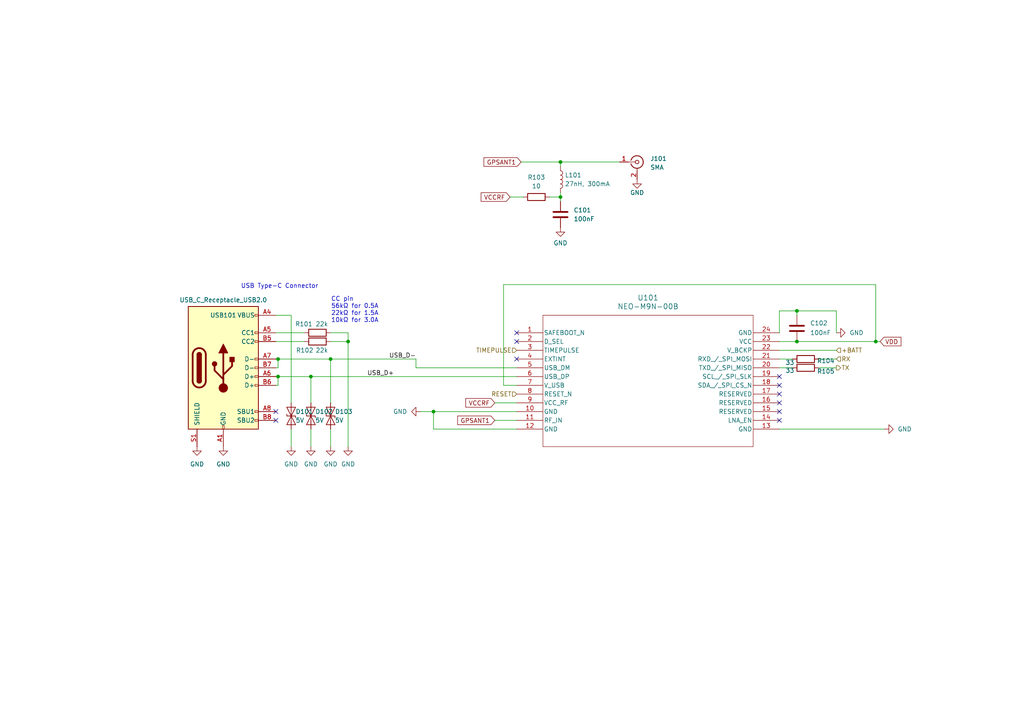
<source format=kicad_sch>
(kicad_sch
	(version 20231120)
	(generator "eeschema")
	(generator_version "8.0")
	(uuid "5f9b828f-1c2c-4351-867f-3d75ed6b6f5d")
	(paper "A4")
	(lib_symbols
		(symbol "Connector:Conn_Coaxial"
			(pin_names
				(offset 1.016) hide)
			(exclude_from_sim no)
			(in_bom yes)
			(on_board yes)
			(property "Reference" "J"
				(at 0.254 3.048 0)
				(effects
					(font
						(size 1.27 1.27)
					)
				)
			)
			(property "Value" "Conn_Coaxial"
				(at 2.921 0 90)
				(effects
					(font
						(size 1.27 1.27)
					)
				)
			)
			(property "Footprint" ""
				(at 0 0 0)
				(effects
					(font
						(size 1.27 1.27)
					)
					(hide yes)
				)
			)
			(property "Datasheet" " ~"
				(at 0 0 0)
				(effects
					(font
						(size 1.27 1.27)
					)
					(hide yes)
				)
			)
			(property "Description" "coaxial connector (BNC, SMA, SMB, SMC, Cinch/RCA, LEMO, ...)"
				(at 0 0 0)
				(effects
					(font
						(size 1.27 1.27)
					)
					(hide yes)
				)
			)
			(property "ki_keywords" "BNC SMA SMB SMC LEMO coaxial connector CINCH RCA"
				(at 0 0 0)
				(effects
					(font
						(size 1.27 1.27)
					)
					(hide yes)
				)
			)
			(property "ki_fp_filters" "*BNC* *SMA* *SMB* *SMC* *Cinch* *LEMO*"
				(at 0 0 0)
				(effects
					(font
						(size 1.27 1.27)
					)
					(hide yes)
				)
			)
			(symbol "Conn_Coaxial_0_1"
				(arc
					(start -1.778 -0.508)
					(mid 0.2311 -1.8066)
					(end 1.778 0)
					(stroke
						(width 0.254)
						(type default)
					)
					(fill
						(type none)
					)
				)
				(polyline
					(pts
						(xy -2.54 0) (xy -0.508 0)
					)
					(stroke
						(width 0)
						(type default)
					)
					(fill
						(type none)
					)
				)
				(polyline
					(pts
						(xy 0 -2.54) (xy 0 -1.778)
					)
					(stroke
						(width 0)
						(type default)
					)
					(fill
						(type none)
					)
				)
				(circle
					(center 0 0)
					(radius 0.508)
					(stroke
						(width 0.2032)
						(type default)
					)
					(fill
						(type none)
					)
				)
				(arc
					(start 1.778 0)
					(mid 0.2099 1.8101)
					(end -1.778 0.508)
					(stroke
						(width 0.254)
						(type default)
					)
					(fill
						(type none)
					)
				)
			)
			(symbol "Conn_Coaxial_1_1"
				(pin passive line
					(at -5.08 0 0)
					(length 2.54)
					(name "In"
						(effects
							(font
								(size 1.27 1.27)
							)
						)
					)
					(number "1"
						(effects
							(font
								(size 1.27 1.27)
							)
						)
					)
				)
				(pin passive line
					(at 0 -5.08 90)
					(length 2.54)
					(name "Ext"
						(effects
							(font
								(size 1.27 1.27)
							)
						)
					)
					(number "2"
						(effects
							(font
								(size 1.27 1.27)
							)
						)
					)
				)
			)
		)
		(symbol "Connector:USB_C_Receptacle_USB2.0"
			(pin_names
				(offset 1.016)
			)
			(exclude_from_sim no)
			(in_bom yes)
			(on_board yes)
			(property "Reference" "J"
				(at -10.16 19.05 0)
				(effects
					(font
						(size 1.27 1.27)
					)
					(justify left)
				)
			)
			(property "Value" "USB_C_Receptacle_USB2.0"
				(at 19.05 19.05 0)
				(effects
					(font
						(size 1.27 1.27)
					)
					(justify right)
				)
			)
			(property "Footprint" ""
				(at 3.81 0 0)
				(effects
					(font
						(size 1.27 1.27)
					)
					(hide yes)
				)
			)
			(property "Datasheet" "https://www.usb.org/sites/default/files/documents/usb_type-c.zip"
				(at 3.81 0 0)
				(effects
					(font
						(size 1.27 1.27)
					)
					(hide yes)
				)
			)
			(property "Description" "USB 2.0-only Type-C Receptacle connector"
				(at 0 0 0)
				(effects
					(font
						(size 1.27 1.27)
					)
					(hide yes)
				)
			)
			(property "ki_keywords" "usb universal serial bus type-C USB2.0"
				(at 0 0 0)
				(effects
					(font
						(size 1.27 1.27)
					)
					(hide yes)
				)
			)
			(property "ki_fp_filters" "USB*C*Receptacle*"
				(at 0 0 0)
				(effects
					(font
						(size 1.27 1.27)
					)
					(hide yes)
				)
			)
			(symbol "USB_C_Receptacle_USB2.0_0_0"
				(rectangle
					(start -0.254 -17.78)
					(end 0.254 -16.764)
					(stroke
						(width 0)
						(type default)
					)
					(fill
						(type none)
					)
				)
				(rectangle
					(start 10.16 -14.986)
					(end 9.144 -15.494)
					(stroke
						(width 0)
						(type default)
					)
					(fill
						(type none)
					)
				)
				(rectangle
					(start 10.16 -12.446)
					(end 9.144 -12.954)
					(stroke
						(width 0)
						(type default)
					)
					(fill
						(type none)
					)
				)
				(rectangle
					(start 10.16 -4.826)
					(end 9.144 -5.334)
					(stroke
						(width 0)
						(type default)
					)
					(fill
						(type none)
					)
				)
				(rectangle
					(start 10.16 -2.286)
					(end 9.144 -2.794)
					(stroke
						(width 0)
						(type default)
					)
					(fill
						(type none)
					)
				)
				(rectangle
					(start 10.16 0.254)
					(end 9.144 -0.254)
					(stroke
						(width 0)
						(type default)
					)
					(fill
						(type none)
					)
				)
				(rectangle
					(start 10.16 2.794)
					(end 9.144 2.286)
					(stroke
						(width 0)
						(type default)
					)
					(fill
						(type none)
					)
				)
				(rectangle
					(start 10.16 7.874)
					(end 9.144 7.366)
					(stroke
						(width 0)
						(type default)
					)
					(fill
						(type none)
					)
				)
				(rectangle
					(start 10.16 10.414)
					(end 9.144 9.906)
					(stroke
						(width 0)
						(type default)
					)
					(fill
						(type none)
					)
				)
				(rectangle
					(start 10.16 15.494)
					(end 9.144 14.986)
					(stroke
						(width 0)
						(type default)
					)
					(fill
						(type none)
					)
				)
			)
			(symbol "USB_C_Receptacle_USB2.0_0_1"
				(rectangle
					(start -10.16 17.78)
					(end 10.16 -17.78)
					(stroke
						(width 0.254)
						(type default)
					)
					(fill
						(type background)
					)
				)
				(arc
					(start -8.89 -3.81)
					(mid -6.985 -5.7067)
					(end -5.08 -3.81)
					(stroke
						(width 0.508)
						(type default)
					)
					(fill
						(type none)
					)
				)
				(arc
					(start -7.62 -3.81)
					(mid -6.985 -4.4423)
					(end -6.35 -3.81)
					(stroke
						(width 0.254)
						(type default)
					)
					(fill
						(type none)
					)
				)
				(arc
					(start -7.62 -3.81)
					(mid -6.985 -4.4423)
					(end -6.35 -3.81)
					(stroke
						(width 0.254)
						(type default)
					)
					(fill
						(type outline)
					)
				)
				(rectangle
					(start -7.62 -3.81)
					(end -6.35 3.81)
					(stroke
						(width 0.254)
						(type default)
					)
					(fill
						(type outline)
					)
				)
				(arc
					(start -6.35 3.81)
					(mid -6.985 4.4423)
					(end -7.62 3.81)
					(stroke
						(width 0.254)
						(type default)
					)
					(fill
						(type none)
					)
				)
				(arc
					(start -6.35 3.81)
					(mid -6.985 4.4423)
					(end -7.62 3.81)
					(stroke
						(width 0.254)
						(type default)
					)
					(fill
						(type outline)
					)
				)
				(arc
					(start -5.08 3.81)
					(mid -6.985 5.7067)
					(end -8.89 3.81)
					(stroke
						(width 0.508)
						(type default)
					)
					(fill
						(type none)
					)
				)
				(circle
					(center -2.54 1.143)
					(radius 0.635)
					(stroke
						(width 0.254)
						(type default)
					)
					(fill
						(type outline)
					)
				)
				(circle
					(center 0 -5.842)
					(radius 1.27)
					(stroke
						(width 0)
						(type default)
					)
					(fill
						(type outline)
					)
				)
				(polyline
					(pts
						(xy -8.89 -3.81) (xy -8.89 3.81)
					)
					(stroke
						(width 0.508)
						(type default)
					)
					(fill
						(type none)
					)
				)
				(polyline
					(pts
						(xy -5.08 3.81) (xy -5.08 -3.81)
					)
					(stroke
						(width 0.508)
						(type default)
					)
					(fill
						(type none)
					)
				)
				(polyline
					(pts
						(xy 0 -5.842) (xy 0 4.318)
					)
					(stroke
						(width 0.508)
						(type default)
					)
					(fill
						(type none)
					)
				)
				(polyline
					(pts
						(xy 0 -3.302) (xy -2.54 -0.762) (xy -2.54 0.508)
					)
					(stroke
						(width 0.508)
						(type default)
					)
					(fill
						(type none)
					)
				)
				(polyline
					(pts
						(xy 0 -2.032) (xy 2.54 0.508) (xy 2.54 1.778)
					)
					(stroke
						(width 0.508)
						(type default)
					)
					(fill
						(type none)
					)
				)
				(polyline
					(pts
						(xy -1.27 4.318) (xy 0 6.858) (xy 1.27 4.318) (xy -1.27 4.318)
					)
					(stroke
						(width 0.254)
						(type default)
					)
					(fill
						(type outline)
					)
				)
				(rectangle
					(start 1.905 1.778)
					(end 3.175 3.048)
					(stroke
						(width 0.254)
						(type default)
					)
					(fill
						(type outline)
					)
				)
			)
			(symbol "USB_C_Receptacle_USB2.0_1_1"
				(pin passive line
					(at 0 -22.86 90)
					(length 5.08)
					(name "GND"
						(effects
							(font
								(size 1.27 1.27)
							)
						)
					)
					(number "A1"
						(effects
							(font
								(size 1.27 1.27)
							)
						)
					)
				)
				(pin passive line
					(at 0 -22.86 90)
					(length 5.08) hide
					(name "GND"
						(effects
							(font
								(size 1.27 1.27)
							)
						)
					)
					(number "A12"
						(effects
							(font
								(size 1.27 1.27)
							)
						)
					)
				)
				(pin passive line
					(at 15.24 15.24 180)
					(length 5.08)
					(name "VBUS"
						(effects
							(font
								(size 1.27 1.27)
							)
						)
					)
					(number "A4"
						(effects
							(font
								(size 1.27 1.27)
							)
						)
					)
				)
				(pin bidirectional line
					(at 15.24 10.16 180)
					(length 5.08)
					(name "CC1"
						(effects
							(font
								(size 1.27 1.27)
							)
						)
					)
					(number "A5"
						(effects
							(font
								(size 1.27 1.27)
							)
						)
					)
				)
				(pin bidirectional line
					(at 15.24 -2.54 180)
					(length 5.08)
					(name "D+"
						(effects
							(font
								(size 1.27 1.27)
							)
						)
					)
					(number "A6"
						(effects
							(font
								(size 1.27 1.27)
							)
						)
					)
				)
				(pin bidirectional line
					(at 15.24 2.54 180)
					(length 5.08)
					(name "D-"
						(effects
							(font
								(size 1.27 1.27)
							)
						)
					)
					(number "A7"
						(effects
							(font
								(size 1.27 1.27)
							)
						)
					)
				)
				(pin bidirectional line
					(at 15.24 -12.7 180)
					(length 5.08)
					(name "SBU1"
						(effects
							(font
								(size 1.27 1.27)
							)
						)
					)
					(number "A8"
						(effects
							(font
								(size 1.27 1.27)
							)
						)
					)
				)
				(pin passive line
					(at 15.24 15.24 180)
					(length 5.08) hide
					(name "VBUS"
						(effects
							(font
								(size 1.27 1.27)
							)
						)
					)
					(number "A9"
						(effects
							(font
								(size 1.27 1.27)
							)
						)
					)
				)
				(pin passive line
					(at 0 -22.86 90)
					(length 5.08) hide
					(name "GND"
						(effects
							(font
								(size 1.27 1.27)
							)
						)
					)
					(number "B1"
						(effects
							(font
								(size 1.27 1.27)
							)
						)
					)
				)
				(pin passive line
					(at 0 -22.86 90)
					(length 5.08) hide
					(name "GND"
						(effects
							(font
								(size 1.27 1.27)
							)
						)
					)
					(number "B12"
						(effects
							(font
								(size 1.27 1.27)
							)
						)
					)
				)
				(pin passive line
					(at 15.24 15.24 180)
					(length 5.08) hide
					(name "VBUS"
						(effects
							(font
								(size 1.27 1.27)
							)
						)
					)
					(number "B4"
						(effects
							(font
								(size 1.27 1.27)
							)
						)
					)
				)
				(pin bidirectional line
					(at 15.24 7.62 180)
					(length 5.08)
					(name "CC2"
						(effects
							(font
								(size 1.27 1.27)
							)
						)
					)
					(number "B5"
						(effects
							(font
								(size 1.27 1.27)
							)
						)
					)
				)
				(pin bidirectional line
					(at 15.24 -5.08 180)
					(length 5.08)
					(name "D+"
						(effects
							(font
								(size 1.27 1.27)
							)
						)
					)
					(number "B6"
						(effects
							(font
								(size 1.27 1.27)
							)
						)
					)
				)
				(pin bidirectional line
					(at 15.24 0 180)
					(length 5.08)
					(name "D-"
						(effects
							(font
								(size 1.27 1.27)
							)
						)
					)
					(number "B7"
						(effects
							(font
								(size 1.27 1.27)
							)
						)
					)
				)
				(pin bidirectional line
					(at 15.24 -15.24 180)
					(length 5.08)
					(name "SBU2"
						(effects
							(font
								(size 1.27 1.27)
							)
						)
					)
					(number "B8"
						(effects
							(font
								(size 1.27 1.27)
							)
						)
					)
				)
				(pin passive line
					(at 15.24 15.24 180)
					(length 5.08) hide
					(name "VBUS"
						(effects
							(font
								(size 1.27 1.27)
							)
						)
					)
					(number "B9"
						(effects
							(font
								(size 1.27 1.27)
							)
						)
					)
				)
				(pin passive line
					(at -7.62 -22.86 90)
					(length 5.08)
					(name "SHIELD"
						(effects
							(font
								(size 1.27 1.27)
							)
						)
					)
					(number "S1"
						(effects
							(font
								(size 1.27 1.27)
							)
						)
					)
				)
			)
		)
		(symbol "Device:C"
			(pin_numbers hide)
			(pin_names
				(offset 0.254)
			)
			(exclude_from_sim no)
			(in_bom yes)
			(on_board yes)
			(property "Reference" "C"
				(at 0.635 2.54 0)
				(effects
					(font
						(size 1.27 1.27)
					)
					(justify left)
				)
			)
			(property "Value" "C"
				(at 0.635 -2.54 0)
				(effects
					(font
						(size 1.27 1.27)
					)
					(justify left)
				)
			)
			(property "Footprint" ""
				(at 0.9652 -3.81 0)
				(effects
					(font
						(size 1.27 1.27)
					)
					(hide yes)
				)
			)
			(property "Datasheet" "~"
				(at 0 0 0)
				(effects
					(font
						(size 1.27 1.27)
					)
					(hide yes)
				)
			)
			(property "Description" "Unpolarized capacitor"
				(at 0 0 0)
				(effects
					(font
						(size 1.27 1.27)
					)
					(hide yes)
				)
			)
			(property "ki_keywords" "cap capacitor"
				(at 0 0 0)
				(effects
					(font
						(size 1.27 1.27)
					)
					(hide yes)
				)
			)
			(property "ki_fp_filters" "C_*"
				(at 0 0 0)
				(effects
					(font
						(size 1.27 1.27)
					)
					(hide yes)
				)
			)
			(symbol "C_0_1"
				(polyline
					(pts
						(xy -2.032 -0.762) (xy 2.032 -0.762)
					)
					(stroke
						(width 0.508)
						(type default)
					)
					(fill
						(type none)
					)
				)
				(polyline
					(pts
						(xy -2.032 0.762) (xy 2.032 0.762)
					)
					(stroke
						(width 0.508)
						(type default)
					)
					(fill
						(type none)
					)
				)
			)
			(symbol "C_1_1"
				(pin passive line
					(at 0 3.81 270)
					(length 2.794)
					(name "~"
						(effects
							(font
								(size 1.27 1.27)
							)
						)
					)
					(number "1"
						(effects
							(font
								(size 1.27 1.27)
							)
						)
					)
				)
				(pin passive line
					(at 0 -3.81 90)
					(length 2.794)
					(name "~"
						(effects
							(font
								(size 1.27 1.27)
							)
						)
					)
					(number "2"
						(effects
							(font
								(size 1.27 1.27)
							)
						)
					)
				)
			)
		)
		(symbol "Device:L"
			(pin_numbers hide)
			(pin_names
				(offset 1.016) hide)
			(exclude_from_sim no)
			(in_bom yes)
			(on_board yes)
			(property "Reference" "L"
				(at -1.27 0 90)
				(effects
					(font
						(size 1.27 1.27)
					)
				)
			)
			(property "Value" "L"
				(at 1.905 0 90)
				(effects
					(font
						(size 1.27 1.27)
					)
				)
			)
			(property "Footprint" ""
				(at 0 0 0)
				(effects
					(font
						(size 1.27 1.27)
					)
					(hide yes)
				)
			)
			(property "Datasheet" "~"
				(at 0 0 0)
				(effects
					(font
						(size 1.27 1.27)
					)
					(hide yes)
				)
			)
			(property "Description" "Inductor"
				(at 0 0 0)
				(effects
					(font
						(size 1.27 1.27)
					)
					(hide yes)
				)
			)
			(property "ki_keywords" "inductor choke coil reactor magnetic"
				(at 0 0 0)
				(effects
					(font
						(size 1.27 1.27)
					)
					(hide yes)
				)
			)
			(property "ki_fp_filters" "Choke_* *Coil* Inductor_* L_*"
				(at 0 0 0)
				(effects
					(font
						(size 1.27 1.27)
					)
					(hide yes)
				)
			)
			(symbol "L_0_1"
				(arc
					(start 0 -2.54)
					(mid 0.6323 -1.905)
					(end 0 -1.27)
					(stroke
						(width 0)
						(type default)
					)
					(fill
						(type none)
					)
				)
				(arc
					(start 0 -1.27)
					(mid 0.6323 -0.635)
					(end 0 0)
					(stroke
						(width 0)
						(type default)
					)
					(fill
						(type none)
					)
				)
				(arc
					(start 0 0)
					(mid 0.6323 0.635)
					(end 0 1.27)
					(stroke
						(width 0)
						(type default)
					)
					(fill
						(type none)
					)
				)
				(arc
					(start 0 1.27)
					(mid 0.6323 1.905)
					(end 0 2.54)
					(stroke
						(width 0)
						(type default)
					)
					(fill
						(type none)
					)
				)
			)
			(symbol "L_1_1"
				(pin passive line
					(at 0 3.81 270)
					(length 1.27)
					(name "1"
						(effects
							(font
								(size 1.27 1.27)
							)
						)
					)
					(number "1"
						(effects
							(font
								(size 1.27 1.27)
							)
						)
					)
				)
				(pin passive line
					(at 0 -3.81 90)
					(length 1.27)
					(name "2"
						(effects
							(font
								(size 1.27 1.27)
							)
						)
					)
					(number "2"
						(effects
							(font
								(size 1.27 1.27)
							)
						)
					)
				)
			)
		)
		(symbol "Device:R"
			(pin_numbers hide)
			(pin_names
				(offset 0)
			)
			(exclude_from_sim no)
			(in_bom yes)
			(on_board yes)
			(property "Reference" "R"
				(at 2.032 0 90)
				(effects
					(font
						(size 1.27 1.27)
					)
				)
			)
			(property "Value" "R"
				(at 0 0 90)
				(effects
					(font
						(size 1.27 1.27)
					)
				)
			)
			(property "Footprint" ""
				(at -1.778 0 90)
				(effects
					(font
						(size 1.27 1.27)
					)
					(hide yes)
				)
			)
			(property "Datasheet" "~"
				(at 0 0 0)
				(effects
					(font
						(size 1.27 1.27)
					)
					(hide yes)
				)
			)
			(property "Description" "Resistor"
				(at 0 0 0)
				(effects
					(font
						(size 1.27 1.27)
					)
					(hide yes)
				)
			)
			(property "ki_keywords" "R res resistor"
				(at 0 0 0)
				(effects
					(font
						(size 1.27 1.27)
					)
					(hide yes)
				)
			)
			(property "ki_fp_filters" "R_*"
				(at 0 0 0)
				(effects
					(font
						(size 1.27 1.27)
					)
					(hide yes)
				)
			)
			(symbol "R_0_1"
				(rectangle
					(start -1.016 -2.54)
					(end 1.016 2.54)
					(stroke
						(width 0.254)
						(type default)
					)
					(fill
						(type none)
					)
				)
			)
			(symbol "R_1_1"
				(pin passive line
					(at 0 3.81 270)
					(length 1.27)
					(name "~"
						(effects
							(font
								(size 1.27 1.27)
							)
						)
					)
					(number "1"
						(effects
							(font
								(size 1.27 1.27)
							)
						)
					)
				)
				(pin passive line
					(at 0 -3.81 90)
					(length 1.27)
					(name "~"
						(effects
							(font
								(size 1.27 1.27)
							)
						)
					)
					(number "2"
						(effects
							(font
								(size 1.27 1.27)
							)
						)
					)
				)
			)
		)
		(symbol "Diode:ESD9B5.0ST5G"
			(pin_numbers hide)
			(pin_names
				(offset 1.016) hide)
			(exclude_from_sim no)
			(in_bom yes)
			(on_board yes)
			(property "Reference" "D"
				(at 0 2.54 0)
				(effects
					(font
						(size 1.27 1.27)
					)
				)
			)
			(property "Value" "ESD9B5.0ST5G"
				(at 0 -2.54 0)
				(effects
					(font
						(size 1.27 1.27)
					)
				)
			)
			(property "Footprint" "Diode_SMD:D_SOD-923"
				(at 0 0 0)
				(effects
					(font
						(size 1.27 1.27)
					)
					(hide yes)
				)
			)
			(property "Datasheet" "https://www.onsemi.com/pub/Collateral/ESD9B-D.PDF"
				(at 0 0 0)
				(effects
					(font
						(size 1.27 1.27)
					)
					(hide yes)
				)
			)
			(property "Description" "ESD protection diode, 5.0Vrwm, SOD-923"
				(at 0 0 0)
				(effects
					(font
						(size 1.27 1.27)
					)
					(hide yes)
				)
			)
			(property "ki_keywords" "diode TVS ESD"
				(at 0 0 0)
				(effects
					(font
						(size 1.27 1.27)
					)
					(hide yes)
				)
			)
			(property "ki_fp_filters" "D*SOD?923*"
				(at 0 0 0)
				(effects
					(font
						(size 1.27 1.27)
					)
					(hide yes)
				)
			)
			(symbol "ESD9B5.0ST5G_0_1"
				(polyline
					(pts
						(xy 1.27 0) (xy -1.27 0)
					)
					(stroke
						(width 0)
						(type default)
					)
					(fill
						(type none)
					)
				)
				(polyline
					(pts
						(xy -2.54 -1.27) (xy 0 0) (xy -2.54 1.27) (xy -2.54 -1.27)
					)
					(stroke
						(width 0.2032)
						(type default)
					)
					(fill
						(type none)
					)
				)
				(polyline
					(pts
						(xy 0.508 1.27) (xy 0 1.27) (xy 0 -1.27) (xy -0.508 -1.27)
					)
					(stroke
						(width 0.2032)
						(type default)
					)
					(fill
						(type none)
					)
				)
				(polyline
					(pts
						(xy 2.54 1.27) (xy 2.54 -1.27) (xy 0 0) (xy 2.54 1.27)
					)
					(stroke
						(width 0.2032)
						(type default)
					)
					(fill
						(type none)
					)
				)
			)
			(symbol "ESD9B5.0ST5G_1_1"
				(pin passive line
					(at -3.81 0 0)
					(length 2.54)
					(name "A1"
						(effects
							(font
								(size 1.27 1.27)
							)
						)
					)
					(number "1"
						(effects
							(font
								(size 1.27 1.27)
							)
						)
					)
				)
				(pin passive line
					(at 3.81 0 180)
					(length 2.54)
					(name "A2"
						(effects
							(font
								(size 1.27 1.27)
							)
						)
					)
					(number "2"
						(effects
							(font
								(size 1.27 1.27)
							)
						)
					)
				)
			)
		)
		(symbol "WOBClibrary:NEO-M9N-00B"
			(pin_names
				(offset 0.254)
			)
			(exclude_from_sim no)
			(in_bom yes)
			(on_board yes)
			(property "Reference" "U"
				(at 38.1 10.16 0)
				(effects
					(font
						(size 1.524 1.524)
					)
				)
			)
			(property "Value" "NEO-M9N-00B"
				(at 38.1 7.62 0)
				(effects
					(font
						(size 1.524 1.524)
					)
				)
			)
			(property "Footprint" "SMT_9N-00B_UBL"
				(at 0 0 0)
				(effects
					(font
						(size 1.27 1.27)
						(italic yes)
					)
					(hide yes)
				)
			)
			(property "Datasheet" "NEO-M9N-00B"
				(at 0 0 0)
				(effects
					(font
						(size 1.27 1.27)
						(italic yes)
					)
					(hide yes)
				)
			)
			(property "Description" ""
				(at 0 0 0)
				(effects
					(font
						(size 1.27 1.27)
					)
					(hide yes)
				)
			)
			(property "ki_locked" ""
				(at 0 0 0)
				(effects
					(font
						(size 1.27 1.27)
					)
				)
			)
			(property "ki_keywords" "NEO-M9N-00B"
				(at 0 0 0)
				(effects
					(font
						(size 1.27 1.27)
					)
					(hide yes)
				)
			)
			(property "ki_fp_filters" "SMT_9N-00B_UBL"
				(at 0 0 0)
				(effects
					(font
						(size 1.27 1.27)
					)
					(hide yes)
				)
			)
			(symbol "NEO-M9N-00B_0_1"
				(polyline
					(pts
						(xy 7.62 -33.02) (xy 68.58 -33.02)
					)
					(stroke
						(width 0.127)
						(type default)
					)
					(fill
						(type none)
					)
				)
				(polyline
					(pts
						(xy 7.62 5.08) (xy 7.62 -33.02)
					)
					(stroke
						(width 0.127)
						(type default)
					)
					(fill
						(type none)
					)
				)
				(polyline
					(pts
						(xy 68.58 -33.02) (xy 68.58 5.08)
					)
					(stroke
						(width 0.127)
						(type default)
					)
					(fill
						(type none)
					)
				)
				(polyline
					(pts
						(xy 68.58 5.08) (xy 7.62 5.08)
					)
					(stroke
						(width 0.127)
						(type default)
					)
					(fill
						(type none)
					)
				)
				(pin unspecified line
					(at 0 0 0)
					(length 7.62)
					(name "SAFEBOOT_N"
						(effects
							(font
								(size 1.27 1.27)
							)
						)
					)
					(number "1"
						(effects
							(font
								(size 1.27 1.27)
							)
						)
					)
				)
				(pin power_out line
					(at 0 -22.86 0)
					(length 7.62)
					(name "GND"
						(effects
							(font
								(size 1.27 1.27)
							)
						)
					)
					(number "10"
						(effects
							(font
								(size 1.27 1.27)
							)
						)
					)
				)
				(pin unspecified line
					(at 0 -25.4 0)
					(length 7.62)
					(name "RF_IN"
						(effects
							(font
								(size 1.27 1.27)
							)
						)
					)
					(number "11"
						(effects
							(font
								(size 1.27 1.27)
							)
						)
					)
				)
				(pin power_out line
					(at 0 -27.94 0)
					(length 7.62)
					(name "GND"
						(effects
							(font
								(size 1.27 1.27)
							)
						)
					)
					(number "12"
						(effects
							(font
								(size 1.27 1.27)
							)
						)
					)
				)
				(pin power_out line
					(at 76.2 -27.94 180)
					(length 7.62)
					(name "GND"
						(effects
							(font
								(size 1.27 1.27)
							)
						)
					)
					(number "13"
						(effects
							(font
								(size 1.27 1.27)
							)
						)
					)
				)
				(pin unspecified line
					(at 76.2 -25.4 180)
					(length 7.62)
					(name "LNA_EN"
						(effects
							(font
								(size 1.27 1.27)
							)
						)
					)
					(number "14"
						(effects
							(font
								(size 1.27 1.27)
							)
						)
					)
				)
				(pin unspecified line
					(at 76.2 -22.86 180)
					(length 7.62)
					(name "RESERVED"
						(effects
							(font
								(size 1.27 1.27)
							)
						)
					)
					(number "15"
						(effects
							(font
								(size 1.27 1.27)
							)
						)
					)
				)
				(pin unspecified line
					(at 76.2 -20.32 180)
					(length 7.62)
					(name "RESERVED"
						(effects
							(font
								(size 1.27 1.27)
							)
						)
					)
					(number "16"
						(effects
							(font
								(size 1.27 1.27)
							)
						)
					)
				)
				(pin unspecified line
					(at 76.2 -17.78 180)
					(length 7.62)
					(name "RESERVED"
						(effects
							(font
								(size 1.27 1.27)
							)
						)
					)
					(number "17"
						(effects
							(font
								(size 1.27 1.27)
							)
						)
					)
				)
				(pin unspecified line
					(at 76.2 -15.24 180)
					(length 7.62)
					(name "SDA_/_SPI_CS_N"
						(effects
							(font
								(size 1.27 1.27)
							)
						)
					)
					(number "18"
						(effects
							(font
								(size 1.27 1.27)
							)
						)
					)
				)
				(pin unspecified line
					(at 76.2 -12.7 180)
					(length 7.62)
					(name "SCL_/_SPI_SLK"
						(effects
							(font
								(size 1.27 1.27)
							)
						)
					)
					(number "19"
						(effects
							(font
								(size 1.27 1.27)
							)
						)
					)
				)
				(pin unspecified line
					(at 0 -2.54 0)
					(length 7.62)
					(name "D_SEL"
						(effects
							(font
								(size 1.27 1.27)
							)
						)
					)
					(number "2"
						(effects
							(font
								(size 1.27 1.27)
							)
						)
					)
				)
				(pin unspecified line
					(at 76.2 -10.16 180)
					(length 7.62)
					(name "TXD_/_SPI_MISO"
						(effects
							(font
								(size 1.27 1.27)
							)
						)
					)
					(number "20"
						(effects
							(font
								(size 1.27 1.27)
							)
						)
					)
				)
				(pin unspecified line
					(at 76.2 -7.62 180)
					(length 7.62)
					(name "RXD_/_SPI_MOSI"
						(effects
							(font
								(size 1.27 1.27)
							)
						)
					)
					(number "21"
						(effects
							(font
								(size 1.27 1.27)
							)
						)
					)
				)
				(pin unspecified line
					(at 76.2 -5.08 180)
					(length 7.62)
					(name "V_BCKP"
						(effects
							(font
								(size 1.27 1.27)
							)
						)
					)
					(number "22"
						(effects
							(font
								(size 1.27 1.27)
							)
						)
					)
				)
				(pin power_in line
					(at 76.2 -2.54 180)
					(length 7.62)
					(name "VCC"
						(effects
							(font
								(size 1.27 1.27)
							)
						)
					)
					(number "23"
						(effects
							(font
								(size 1.27 1.27)
							)
						)
					)
				)
				(pin power_out line
					(at 76.2 0 180)
					(length 7.62)
					(name "GND"
						(effects
							(font
								(size 1.27 1.27)
							)
						)
					)
					(number "24"
						(effects
							(font
								(size 1.27 1.27)
							)
						)
					)
				)
				(pin unspecified line
					(at 0 -5.08 0)
					(length 7.62)
					(name "TIMEPULSE"
						(effects
							(font
								(size 1.27 1.27)
							)
						)
					)
					(number "3"
						(effects
							(font
								(size 1.27 1.27)
							)
						)
					)
				)
				(pin unspecified line
					(at 0 -7.62 0)
					(length 7.62)
					(name "EXTINT"
						(effects
							(font
								(size 1.27 1.27)
							)
						)
					)
					(number "4"
						(effects
							(font
								(size 1.27 1.27)
							)
						)
					)
				)
				(pin unspecified line
					(at 0 -10.16 0)
					(length 7.62)
					(name "USB_DM"
						(effects
							(font
								(size 1.27 1.27)
							)
						)
					)
					(number "5"
						(effects
							(font
								(size 1.27 1.27)
							)
						)
					)
				)
				(pin unspecified line
					(at 0 -12.7 0)
					(length 7.62)
					(name "USB_DP"
						(effects
							(font
								(size 1.27 1.27)
							)
						)
					)
					(number "6"
						(effects
							(font
								(size 1.27 1.27)
							)
						)
					)
				)
				(pin unspecified line
					(at 0 -15.24 0)
					(length 7.62)
					(name "V_USB"
						(effects
							(font
								(size 1.27 1.27)
							)
						)
					)
					(number "7"
						(effects
							(font
								(size 1.27 1.27)
							)
						)
					)
				)
				(pin unspecified line
					(at 0 -17.78 0)
					(length 7.62)
					(name "RESET_N"
						(effects
							(font
								(size 1.27 1.27)
							)
						)
					)
					(number "8"
						(effects
							(font
								(size 1.27 1.27)
							)
						)
					)
				)
				(pin power_in line
					(at 0 -20.32 0)
					(length 7.62)
					(name "VCC_RF"
						(effects
							(font
								(size 1.27 1.27)
							)
						)
					)
					(number "9"
						(effects
							(font
								(size 1.27 1.27)
							)
						)
					)
				)
			)
		)
		(symbol "power:GND"
			(power)
			(pin_names
				(offset 0)
			)
			(exclude_from_sim no)
			(in_bom yes)
			(on_board yes)
			(property "Reference" "#PWR"
				(at 0 -6.35 0)
				(effects
					(font
						(size 1.27 1.27)
					)
					(hide yes)
				)
			)
			(property "Value" "GND"
				(at 0 -3.81 0)
				(effects
					(font
						(size 1.27 1.27)
					)
				)
			)
			(property "Footprint" ""
				(at 0 0 0)
				(effects
					(font
						(size 1.27 1.27)
					)
					(hide yes)
				)
			)
			(property "Datasheet" ""
				(at 0 0 0)
				(effects
					(font
						(size 1.27 1.27)
					)
					(hide yes)
				)
			)
			(property "Description" "Power symbol creates a global label with name \"GND\" , ground"
				(at 0 0 0)
				(effects
					(font
						(size 1.27 1.27)
					)
					(hide yes)
				)
			)
			(property "ki_keywords" "global power"
				(at 0 0 0)
				(effects
					(font
						(size 1.27 1.27)
					)
					(hide yes)
				)
			)
			(symbol "GND_0_1"
				(polyline
					(pts
						(xy 0 0) (xy 0 -1.27) (xy 1.27 -1.27) (xy 0 -2.54) (xy -1.27 -1.27) (xy 0 -1.27)
					)
					(stroke
						(width 0)
						(type default)
					)
					(fill
						(type none)
					)
				)
			)
			(symbol "GND_1_1"
				(pin power_in line
					(at 0 0 270)
					(length 0) hide
					(name "GND"
						(effects
							(font
								(size 1.27 1.27)
							)
						)
					)
					(number "1"
						(effects
							(font
								(size 1.27 1.27)
							)
						)
					)
				)
			)
		)
	)
	(junction
		(at 100.965 99.06)
		(diameter 0)
		(color 0 0 0 0)
		(uuid "170f4480-ff16-4886-8e60-2c037afe5e21")
	)
	(junction
		(at 95.885 104.14)
		(diameter 0)
		(color 0 0 0 0)
		(uuid "1c8c75d0-5d9e-462b-aa92-5b9e660fc4d5")
	)
	(junction
		(at 125.73 119.38)
		(diameter 0)
		(color 0 0 0 0)
		(uuid "20e12779-2a35-4fe5-aa97-e07735d9f101")
	)
	(junction
		(at 90.17 109.22)
		(diameter 0)
		(color 0 0 0 0)
		(uuid "5c1a7622-d110-4bff-958e-27a8976f30c4")
	)
	(junction
		(at 231.14 99.06)
		(diameter 0)
		(color 0 0 0 0)
		(uuid "6f34fd21-0d91-4da5-9d6a-9764b0027433")
	)
	(junction
		(at 231.14 90.17)
		(diameter 0)
		(color 0 0 0 0)
		(uuid "9b6a64f4-2b58-4b16-82be-ff19c76759dc")
	)
	(junction
		(at 254 99.06)
		(diameter 0)
		(color 0 0 0 0)
		(uuid "b368274f-2406-42c2-9693-ba56e52b5b0c")
	)
	(junction
		(at 80.645 109.22)
		(diameter 0)
		(color 0 0 0 0)
		(uuid "d54e37f3-a0d0-4a35-bcf4-b3ffffc11b08")
	)
	(junction
		(at 162.56 46.99)
		(diameter 0)
		(color 0 0 0 0)
		(uuid "dac1c661-3051-4313-b9df-a70da3528a17")
	)
	(junction
		(at 80.645 104.14)
		(diameter 0)
		(color 0 0 0 0)
		(uuid "de696707-fab9-418b-933b-413d11d559be")
	)
	(junction
		(at 162.56 57.15)
		(diameter 0)
		(color 0 0 0 0)
		(uuid "e2f5b4a3-fe16-4280-9a43-e57af9446336")
	)
	(no_connect
		(at 80.01 121.92)
		(uuid "01d985e0-521e-4882-8bbd-54d6871cea7c")
	)
	(no_connect
		(at 226.06 111.76)
		(uuid "02b7512a-e62e-4ec6-967a-40f24f44b2a3")
	)
	(no_connect
		(at 80.01 119.38)
		(uuid "1b0eeee8-399a-4cf6-9b8b-87fdd988abe6")
	)
	(no_connect
		(at 226.06 116.84)
		(uuid "28336fcb-86ad-4476-9ce9-e32bcc805b7f")
	)
	(no_connect
		(at 226.06 121.92)
		(uuid "2d1b23f1-7df2-47c7-86c3-499060c381af")
	)
	(no_connect
		(at 226.06 109.22)
		(uuid "4e3d2946-198a-477c-9163-ba8a156f3438")
	)
	(no_connect
		(at 149.86 96.52)
		(uuid "6098d9ed-da4b-4b6b-ba38-aad90861a147")
	)
	(no_connect
		(at 149.86 104.14)
		(uuid "8b16b278-85a2-4445-ba5a-e23ae15db689")
	)
	(no_connect
		(at 149.86 99.06)
		(uuid "c4d89a28-de48-4ef1-9bdb-87c27861fbc6")
	)
	(no_connect
		(at 226.06 119.38)
		(uuid "d7b7ee1a-f542-4766-a2d9-01f066370483")
	)
	(no_connect
		(at 226.06 114.3)
		(uuid "de82b743-420a-4e13-9067-b30dc56b3682")
	)
	(wire
		(pts
			(xy 80.01 104.14) (xy 80.645 104.14)
		)
		(stroke
			(width 0)
			(type default)
		)
		(uuid "0a061f45-da53-492f-8ae6-426a94d250f3")
	)
	(wire
		(pts
			(xy 90.17 109.22) (xy 80.645 109.22)
		)
		(stroke
			(width 0)
			(type default)
		)
		(uuid "16f984e0-8047-4e63-8cb8-9b8c051a3c3d")
	)
	(wire
		(pts
			(xy 80.645 111.76) (xy 80.645 109.22)
		)
		(stroke
			(width 0)
			(type default)
		)
		(uuid "2129787f-c9d5-4af5-89c6-fa6aaf7073c2")
	)
	(wire
		(pts
			(xy 226.06 99.06) (xy 231.14 99.06)
		)
		(stroke
			(width 0)
			(type default)
		)
		(uuid "21d6580d-cee9-4f83-96ae-5dc6012624ee")
	)
	(wire
		(pts
			(xy 100.965 96.52) (xy 100.965 99.06)
		)
		(stroke
			(width 0)
			(type default)
		)
		(uuid "2736bbf8-d724-4af4-8356-1b7b9ce3195d")
	)
	(wire
		(pts
			(xy 143.51 116.84) (xy 149.86 116.84)
		)
		(stroke
			(width 0)
			(type default)
		)
		(uuid "3677e79e-cd05-418f-aa34-4e546278626f")
	)
	(wire
		(pts
			(xy 88.265 96.52) (xy 80.01 96.52)
		)
		(stroke
			(width 0)
			(type default)
		)
		(uuid "38a8d1e4-31d8-4b63-b6bf-312adff81067")
	)
	(wire
		(pts
			(xy 226.06 106.68) (xy 229.87 106.68)
		)
		(stroke
			(width 0)
			(type default)
		)
		(uuid "38d8aca9-2fc9-4015-b311-1b87d014f9bf")
	)
	(wire
		(pts
			(xy 120.65 106.68) (xy 120.65 104.14)
		)
		(stroke
			(width 0)
			(type default)
		)
		(uuid "39a6bcf7-7c72-4faf-842f-98d2e4ef71d4")
	)
	(wire
		(pts
			(xy 95.885 129.54) (xy 95.885 124.46)
		)
		(stroke
			(width 0)
			(type default)
		)
		(uuid "3a95049f-ed70-4fd2-aedd-17877684bfa9")
	)
	(wire
		(pts
			(xy 231.14 99.06) (xy 254 99.06)
		)
		(stroke
			(width 0)
			(type default)
		)
		(uuid "3f04aad1-ffe9-443d-a7b5-a941974de5a3")
	)
	(wire
		(pts
			(xy 149.86 111.76) (xy 146.05 111.76)
		)
		(stroke
			(width 0)
			(type default)
		)
		(uuid "4289bbf4-dcae-4e9b-939e-101459e49579")
	)
	(wire
		(pts
			(xy 95.885 104.14) (xy 120.65 104.14)
		)
		(stroke
			(width 0)
			(type default)
		)
		(uuid "4e0f11fe-b766-4086-a0c4-5e6e0087944c")
	)
	(wire
		(pts
			(xy 231.14 90.17) (xy 231.14 91.44)
		)
		(stroke
			(width 0)
			(type default)
		)
		(uuid "568e980d-36b3-4375-91cb-a0d2cfddc0d1")
	)
	(wire
		(pts
			(xy 159.385 57.15) (xy 162.56 57.15)
		)
		(stroke
			(width 0)
			(type default)
		)
		(uuid "5e0bd832-f43a-4d5c-9992-38c5898244cc")
	)
	(wire
		(pts
			(xy 226.06 90.17) (xy 231.14 90.17)
		)
		(stroke
			(width 0)
			(type default)
		)
		(uuid "637bea80-3117-4213-9749-cc38391f2ea8")
	)
	(wire
		(pts
			(xy 151.13 46.99) (xy 162.56 46.99)
		)
		(stroke
			(width 0)
			(type default)
		)
		(uuid "6994e283-927e-46c0-8e8e-c1bfd4b9023a")
	)
	(wire
		(pts
			(xy 226.06 124.46) (xy 256.54 124.46)
		)
		(stroke
			(width 0)
			(type default)
		)
		(uuid "726c4744-06e1-44c8-afaa-8c0c04ef1f59")
	)
	(wire
		(pts
			(xy 90.17 129.54) (xy 90.17 124.46)
		)
		(stroke
			(width 0)
			(type default)
		)
		(uuid "7560fda7-4687-4ea9-8095-1ce0c4c146c6")
	)
	(wire
		(pts
			(xy 146.05 111.76) (xy 146.05 82.55)
		)
		(stroke
			(width 0)
			(type default)
		)
		(uuid "81b4885c-8272-4209-bf73-24940235a2eb")
	)
	(wire
		(pts
			(xy 121.92 119.38) (xy 125.73 119.38)
		)
		(stroke
			(width 0)
			(type default)
		)
		(uuid "8758e9b7-c3a0-4e43-8027-099f56c97932")
	)
	(wire
		(pts
			(xy 162.56 46.99) (xy 162.56 48.26)
		)
		(stroke
			(width 0)
			(type default)
		)
		(uuid "8d7d61b4-1587-4946-a98e-2aab70ced8d1")
	)
	(wire
		(pts
			(xy 80.01 111.76) (xy 80.645 111.76)
		)
		(stroke
			(width 0)
			(type default)
		)
		(uuid "905ca6c9-9311-48d7-b329-15a8b482617b")
	)
	(wire
		(pts
			(xy 84.455 91.44) (xy 80.01 91.44)
		)
		(stroke
			(width 0)
			(type default)
		)
		(uuid "9106e359-8eac-4c3e-8c29-839e89ff341a")
	)
	(wire
		(pts
			(xy 162.56 46.99) (xy 179.705 46.99)
		)
		(stroke
			(width 0)
			(type default)
		)
		(uuid "94a51c30-b2a4-4778-a41e-5783557f4ad7")
	)
	(wire
		(pts
			(xy 95.885 104.14) (xy 95.885 116.84)
		)
		(stroke
			(width 0)
			(type default)
		)
		(uuid "94ade985-1f76-40c0-912d-47f80667a220")
	)
	(wire
		(pts
			(xy 95.885 96.52) (xy 100.965 96.52)
		)
		(stroke
			(width 0)
			(type default)
		)
		(uuid "985b0c6e-66dc-48ef-b3c8-b2e5830974df")
	)
	(wire
		(pts
			(xy 254 99.06) (xy 255.27 99.06)
		)
		(stroke
			(width 0)
			(type default)
		)
		(uuid "9b5f092c-c335-45d2-bffb-09b71aac6087")
	)
	(wire
		(pts
			(xy 143.51 121.92) (xy 149.86 121.92)
		)
		(stroke
			(width 0)
			(type default)
		)
		(uuid "a0e85e31-8094-42e4-934a-07ea118cbd22")
	)
	(wire
		(pts
			(xy 231.14 90.17) (xy 242.57 90.17)
		)
		(stroke
			(width 0)
			(type default)
		)
		(uuid "a3422bd6-54d7-4d56-93fe-9c50e1a61d90")
	)
	(wire
		(pts
			(xy 151.765 57.15) (xy 147.955 57.15)
		)
		(stroke
			(width 0)
			(type default)
		)
		(uuid "a75c4449-d705-4416-8673-f3ce2fe444c9")
	)
	(wire
		(pts
			(xy 237.49 106.68) (xy 242.57 106.68)
		)
		(stroke
			(width 0)
			(type default)
		)
		(uuid "a9fa6c57-6adc-4333-90ec-ba611abc1e86")
	)
	(wire
		(pts
			(xy 162.56 57.15) (xy 162.56 58.42)
		)
		(stroke
			(width 0)
			(type default)
		)
		(uuid "ab4f0b60-68cb-42a2-b905-17b3b08af045")
	)
	(wire
		(pts
			(xy 80.645 106.68) (xy 80.645 104.14)
		)
		(stroke
			(width 0)
			(type default)
		)
		(uuid "b22c1020-22de-425d-bff9-b05b70b90d28")
	)
	(wire
		(pts
			(xy 149.86 106.68) (xy 120.65 106.68)
		)
		(stroke
			(width 0)
			(type default)
		)
		(uuid "b443834e-0b4e-447e-a155-b2f2abbd8411")
	)
	(wire
		(pts
			(xy 80.01 106.68) (xy 80.645 106.68)
		)
		(stroke
			(width 0)
			(type default)
		)
		(uuid "b5c873d9-7313-4360-8189-de6c3543e90a")
	)
	(wire
		(pts
			(xy 80.645 104.14) (xy 95.885 104.14)
		)
		(stroke
			(width 0)
			(type default)
		)
		(uuid "be1b4ddd-746a-46e9-9a0c-3ea16137dac6")
	)
	(wire
		(pts
			(xy 226.06 104.14) (xy 229.87 104.14)
		)
		(stroke
			(width 0)
			(type default)
		)
		(uuid "be7a870a-efe8-4e44-8505-093fab42fc1e")
	)
	(wire
		(pts
			(xy 125.73 124.46) (xy 125.73 119.38)
		)
		(stroke
			(width 0)
			(type default)
		)
		(uuid "bf96d0f4-e46d-476f-8cab-34f2e3acfc73")
	)
	(wire
		(pts
			(xy 100.965 99.06) (xy 100.965 129.54)
		)
		(stroke
			(width 0)
			(type default)
		)
		(uuid "c00699af-0d2e-4ed2-9da4-c827d964bfad")
	)
	(wire
		(pts
			(xy 226.06 90.17) (xy 226.06 96.52)
		)
		(stroke
			(width 0)
			(type default)
		)
		(uuid "c429f091-e5a0-4313-b240-b9e6b6880685")
	)
	(wire
		(pts
			(xy 254 82.55) (xy 254 99.06)
		)
		(stroke
			(width 0)
			(type default)
		)
		(uuid "c5421654-f1d3-4b97-b4ab-845ed9b79a65")
	)
	(wire
		(pts
			(xy 125.73 119.38) (xy 149.86 119.38)
		)
		(stroke
			(width 0)
			(type default)
		)
		(uuid "c54ba82f-0993-460a-b4da-93bc63b7b88c")
	)
	(wire
		(pts
			(xy 80.645 109.22) (xy 80.01 109.22)
		)
		(stroke
			(width 0)
			(type default)
		)
		(uuid "cba5f5fe-cc0b-4f49-9ffd-38c29c66c2ef")
	)
	(wire
		(pts
			(xy 84.455 129.54) (xy 84.455 124.46)
		)
		(stroke
			(width 0)
			(type default)
		)
		(uuid "d45200de-16c5-4a60-90a6-ef2affef24d5")
	)
	(wire
		(pts
			(xy 88.265 99.06) (xy 80.01 99.06)
		)
		(stroke
			(width 0)
			(type default)
		)
		(uuid "d7b2f96b-1a2b-4c4e-8179-3b5f56164a7a")
	)
	(wire
		(pts
			(xy 146.05 82.55) (xy 254 82.55)
		)
		(stroke
			(width 0)
			(type default)
		)
		(uuid "dbbbec99-a096-489d-a8aa-87cf1d048197")
	)
	(wire
		(pts
			(xy 95.885 99.06) (xy 100.965 99.06)
		)
		(stroke
			(width 0)
			(type default)
		)
		(uuid "e0a82c71-8c82-4a31-9d29-2a81f3a10b43")
	)
	(wire
		(pts
			(xy 90.17 109.22) (xy 149.86 109.22)
		)
		(stroke
			(width 0)
			(type default)
		)
		(uuid "e27c6ae3-7f4d-432c-9353-1a2255d3a0b2")
	)
	(wire
		(pts
			(xy 84.455 91.44) (xy 84.455 116.84)
		)
		(stroke
			(width 0)
			(type default)
		)
		(uuid "e29b45db-1114-4793-95cc-cbde49285ef1")
	)
	(wire
		(pts
			(xy 162.56 57.15) (xy 162.56 55.88)
		)
		(stroke
			(width 0)
			(type default)
		)
		(uuid "e4730738-6c21-432b-819b-a4340b99514e")
	)
	(wire
		(pts
			(xy 242.57 90.17) (xy 242.57 96.52)
		)
		(stroke
			(width 0)
			(type default)
		)
		(uuid "e592a4f1-dd46-4608-8663-233b47a2e612")
	)
	(wire
		(pts
			(xy 226.06 101.6) (xy 242.57 101.6)
		)
		(stroke
			(width 0)
			(type default)
		)
		(uuid "e9408fc5-0e36-4fc9-a399-138379ac7851")
	)
	(wire
		(pts
			(xy 149.86 124.46) (xy 125.73 124.46)
		)
		(stroke
			(width 0)
			(type default)
		)
		(uuid "f60d5adb-fb39-4c34-9350-254edbd6fcf2")
	)
	(wire
		(pts
			(xy 237.49 104.14) (xy 242.57 104.14)
		)
		(stroke
			(width 0)
			(type default)
		)
		(uuid "f658bc68-adba-4807-a56d-9af5b0f9b4da")
	)
	(wire
		(pts
			(xy 90.17 109.22) (xy 90.17 116.84)
		)
		(stroke
			(width 0)
			(type default)
		)
		(uuid "f69dabe0-5cb1-46ed-bb22-1809f82fd70f")
	)
	(text "CC pin\n56kΩ for 0.5A\n22kΩ for 1.5A\n10kΩ for 3.0A"
		(exclude_from_sim no)
		(at 96.012 93.726 0)
		(effects
			(font
				(size 1.27 1.27)
			)
			(justify left bottom)
		)
		(uuid "80cdc8f5-958e-40ce-92fa-1fa16b2ab4a5")
	)
	(text "USB Type-C Connector"
		(exclude_from_sim no)
		(at 69.85 83.82 0)
		(effects
			(font
				(size 1.27 1.27)
			)
			(justify left bottom)
		)
		(uuid "c2e5cd08-ecee-48ce-980d-ea9727c2dcd3")
	)
	(label "USB_D+"
		(at 114.3 109.22 180)
		(fields_autoplaced yes)
		(effects
			(font
				(size 1.27 1.27)
			)
			(justify right bottom)
		)
		(uuid "dd7dbeca-6a3a-440d-86b6-fe3f64aa63eb")
	)
	(label "USB_D-"
		(at 120.65 104.14 180)
		(fields_autoplaced yes)
		(effects
			(font
				(size 1.27 1.27)
			)
			(justify right bottom)
		)
		(uuid "e0359dc5-795f-4fae-ab26-2ad7a2db3054")
	)
	(global_label "VDD"
		(shape input)
		(at 255.27 99.06 0)
		(fields_autoplaced yes)
		(effects
			(font
				(size 1.27 1.27)
			)
			(justify left)
		)
		(uuid "285970c7-1af0-4aac-9fd3-584161007cda")
		(property "Intersheetrefs" "${INTERSHEET_REFS}"
			(at 261.8838 99.06 0)
			(effects
				(font
					(size 1.27 1.27)
				)
				(justify left)
				(hide yes)
			)
		)
	)
	(global_label "GPSANT1"
		(shape input)
		(at 151.13 46.99 180)
		(fields_autoplaced yes)
		(effects
			(font
				(size 1.27 1.27)
			)
			(justify right)
		)
		(uuid "48cc62d3-f406-4be5-a046-a77f121b4e4c")
		(property "Intersheetrefs" "${INTERSHEET_REFS}"
			(at 139.7991 46.99 0)
			(effects
				(font
					(size 1.27 1.27)
				)
				(justify right)
				(hide yes)
			)
		)
	)
	(global_label "VCCRF"
		(shape input)
		(at 143.51 116.84 180)
		(fields_autoplaced yes)
		(effects
			(font
				(size 1.27 1.27)
			)
			(justify right)
		)
		(uuid "687cb136-d75a-4294-870f-79bd1c269a6d")
		(property "Intersheetrefs" "${INTERSHEET_REFS}"
			(at 134.5376 116.84 0)
			(effects
				(font
					(size 1.27 1.27)
				)
				(justify right)
				(hide yes)
			)
		)
	)
	(global_label "GPSANT1"
		(shape input)
		(at 143.51 121.92 180)
		(fields_autoplaced yes)
		(effects
			(font
				(size 1.27 1.27)
			)
			(justify right)
		)
		(uuid "b2c49b5d-9467-4cf7-899b-b1da676a1f63")
		(property "Intersheetrefs" "${INTERSHEET_REFS}"
			(at 132.1791 121.92 0)
			(effects
				(font
					(size 1.27 1.27)
				)
				(justify right)
				(hide yes)
			)
		)
	)
	(global_label "VCCRF"
		(shape input)
		(at 147.955 57.15 180)
		(fields_autoplaced yes)
		(effects
			(font
				(size 1.27 1.27)
			)
			(justify right)
		)
		(uuid "cef35697-4c43-46e4-a85f-43c07045cf2b")
		(property "Intersheetrefs" "${INTERSHEET_REFS}"
			(at 138.9826 57.15 0)
			(effects
				(font
					(size 1.27 1.27)
				)
				(justify right)
				(hide yes)
			)
		)
	)
	(hierarchical_label "+BATT"
		(shape input)
		(at 242.57 101.6 0)
		(fields_autoplaced yes)
		(effects
			(font
				(size 1.27 1.27)
			)
			(justify left)
		)
		(uuid "1f118f22-d4fb-4f84-aa67-f6f8000681ec")
	)
	(hierarchical_label "TIMEPULSE"
		(shape input)
		(at 149.86 101.6 180)
		(fields_autoplaced yes)
		(effects
			(font
				(size 1.27 1.27)
			)
			(justify right)
		)
		(uuid "3db19cfb-4a1c-4c9a-be3b-e59d423fc57e")
	)
	(hierarchical_label "TX"
		(shape output)
		(at 242.57 106.68 0)
		(fields_autoplaced yes)
		(effects
			(font
				(size 1.27 1.27)
			)
			(justify left)
		)
		(uuid "59efcb27-4346-4134-a8be-0be3770847e9")
	)
	(hierarchical_label "RX"
		(shape input)
		(at 242.57 104.14 0)
		(fields_autoplaced yes)
		(effects
			(font
				(size 1.27 1.27)
			)
			(justify left)
		)
		(uuid "8e382e59-e4fe-4319-8c8d-79b97b268bde")
	)
	(hierarchical_label "RESET"
		(shape input)
		(at 149.86 114.3 180)
		(fields_autoplaced yes)
		(effects
			(font
				(size 1.27 1.27)
			)
			(justify right)
		)
		(uuid "aae18dff-6730-4f05-a510-9cac3ec3124b")
	)
	(symbol
		(lib_id "Connector:Conn_Coaxial")
		(at 184.785 46.99 0)
		(unit 1)
		(exclude_from_sim no)
		(in_bom yes)
		(on_board yes)
		(dnp no)
		(fields_autoplaced yes)
		(uuid "09cd4959-bbd1-4c8b-ad91-830373b89417")
		(property "Reference" "J102"
			(at 188.595 46.0132 0)
			(effects
				(font
					(size 1.27 1.27)
				)
				(justify left)
			)
		)
		(property "Value" "SMA"
			(at 188.595 48.5532 0)
			(effects
				(font
					(size 1.27 1.27)
				)
				(justify left)
			)
		)
		(property "Footprint" "Connector_Coaxial:SMA_Amphenol_132203-12_Horizontal"
			(at 184.785 46.99 0)
			(effects
				(font
					(size 1.27 1.27)
				)
				(hide yes)
			)
		)
		(property "Datasheet" " ~"
			(at 184.785 46.99 0)
			(effects
				(font
					(size 1.27 1.27)
				)
				(hide yes)
			)
		)
		(property "Description" ""
			(at 184.785 46.99 0)
			(effects
				(font
					(size 1.27 1.27)
				)
				(hide yes)
			)
		)
		(property "LCSC" "C2693813"
			(at 184.785 46.99 0)
			(effects
				(font
					(size 1.27 1.27)
				)
				(hide yes)
			)
		)
		(property "Sim.Device" ""
			(at 184.785 46.99 0)
			(effects
				(font
					(size 1.27 1.27)
				)
				(hide yes)
			)
		)
		(property "Sim.Pins" ""
			(at 184.785 46.99 0)
			(effects
				(font
					(size 1.27 1.27)
				)
				(hide yes)
			)
		)
		(pin "1"
			(uuid "e56baf16-50fe-4434-83a2-7c96a5d9d57d")
		)
		(pin "2"
			(uuid "4257a1f1-59c6-43cc-95af-bad0e30edfe1")
		)
		(instances
			(project "Tracker"
				(path "/485a01ee-6a57-485f-8e4c-0ef4d16d0717/044808ad-7608-410e-b679-04e2fdf81d41"
					(reference "J102")
					(unit 1)
				)
			)
			(project "GPSActive"
				(path "/5f9b828f-1c2c-4351-867f-3d75ed6b6f5d"
					(reference "J101")
					(unit 1)
				)
			)
		)
	)
	(symbol
		(lib_id "power:GND")
		(at 95.885 129.54 0)
		(unit 1)
		(exclude_from_sim no)
		(in_bom yes)
		(on_board yes)
		(dnp no)
		(fields_autoplaced yes)
		(uuid "232ac755-ea9a-4d8c-8133-78fd943d39ad")
		(property "Reference" "#PWR0112"
			(at 95.885 135.89 0)
			(effects
				(font
					(size 1.27 1.27)
				)
				(hide yes)
			)
		)
		(property "Value" "GND"
			(at 95.885 134.62 0)
			(effects
				(font
					(size 1.27 1.27)
				)
			)
		)
		(property "Footprint" ""
			(at 95.885 129.54 0)
			(effects
				(font
					(size 1.27 1.27)
				)
				(hide yes)
			)
		)
		(property "Datasheet" ""
			(at 95.885 129.54 0)
			(effects
				(font
					(size 1.27 1.27)
				)
				(hide yes)
			)
		)
		(property "Description" ""
			(at 95.885 129.54 0)
			(effects
				(font
					(size 1.27 1.27)
				)
				(hide yes)
			)
		)
		(pin "1"
			(uuid "25326681-e73c-421d-9e79-86a6f0feaa83")
		)
		(instances
			(project "Tracker"
				(path "/485a01ee-6a57-485f-8e4c-0ef4d16d0717/044808ad-7608-410e-b679-04e2fdf81d41"
					(reference "#PWR0112")
					(unit 1)
				)
			)
			(project "GPSActive"
				(path "/5f9b828f-1c2c-4351-867f-3d75ed6b6f5d"
					(reference "#PWR0105")
					(unit 1)
				)
			)
		)
	)
	(symbol
		(lib_id "power:GND")
		(at 64.77 129.54 0)
		(unit 1)
		(exclude_from_sim no)
		(in_bom yes)
		(on_board yes)
		(dnp no)
		(fields_autoplaced yes)
		(uuid "25fddb46-e4b5-4ca9-8107-7a7be34ec957")
		(property "Reference" "#PWR0109"
			(at 64.77 135.89 0)
			(effects
				(font
					(size 1.27 1.27)
				)
				(hide yes)
			)
		)
		(property "Value" "GND"
			(at 64.77 134.62 0)
			(effects
				(font
					(size 1.27 1.27)
				)
			)
		)
		(property "Footprint" ""
			(at 64.77 129.54 0)
			(effects
				(font
					(size 1.27 1.27)
				)
				(hide yes)
			)
		)
		(property "Datasheet" ""
			(at 64.77 129.54 0)
			(effects
				(font
					(size 1.27 1.27)
				)
				(hide yes)
			)
		)
		(property "Description" ""
			(at 64.77 129.54 0)
			(effects
				(font
					(size 1.27 1.27)
				)
				(hide yes)
			)
		)
		(pin "1"
			(uuid "5ad0223f-2241-4308-bb6d-8a23e3daaa6e")
		)
		(instances
			(project "Tracker"
				(path "/485a01ee-6a57-485f-8e4c-0ef4d16d0717/044808ad-7608-410e-b679-04e2fdf81d41"
					(reference "#PWR0109")
					(unit 1)
				)
			)
			(project "GPSActive"
				(path "/5f9b828f-1c2c-4351-867f-3d75ed6b6f5d"
					(reference "#PWR0102")
					(unit 1)
				)
			)
		)
	)
	(symbol
		(lib_id "Diode:ESD9B5.0ST5G")
		(at 90.17 120.65 90)
		(unit 1)
		(exclude_from_sim no)
		(in_bom yes)
		(on_board yes)
		(dnp no)
		(uuid "26c031de-b5a5-4bfb-b974-ffdc71dcb70a")
		(property "Reference" "D103"
			(at 91.44 119.38 90)
			(effects
				(font
					(size 1.27 1.27)
				)
				(justify right)
			)
		)
		(property "Value" "5V"
			(at 91.44 121.92 90)
			(effects
				(font
					(size 1.27 1.27)
				)
				(justify right)
			)
		)
		(property "Footprint" "Diode_SMD:D_SOD-882D"
			(at 90.17 120.65 0)
			(effects
				(font
					(size 1.27 1.27)
				)
				(hide yes)
			)
		)
		(property "Datasheet" "https://www.onsemi.com/pub/Collateral/ESD9B-D.PDF"
			(at 90.17 120.65 0)
			(effects
				(font
					(size 1.27 1.27)
				)
				(hide yes)
			)
		)
		(property "Description" ""
			(at 90.17 120.65 0)
			(effects
				(font
					(size 1.27 1.27)
				)
				(hide yes)
			)
		)
		(property "LCSC" "C7420372"
			(at 90.17 120.65 0)
			(effects
				(font
					(size 1.27 1.27)
				)
				(hide yes)
			)
		)
		(property "Sim.Device" ""
			(at 90.17 120.65 0)
			(effects
				(font
					(size 1.27 1.27)
				)
				(hide yes)
			)
		)
		(property "Sim.Pins" ""
			(at 90.17 120.65 0)
			(effects
				(font
					(size 1.27 1.27)
				)
				(hide yes)
			)
		)
		(pin "1"
			(uuid "9156b97d-6270-40d9-8dc1-07c40fb4920e")
		)
		(pin "2"
			(uuid "181995b1-321b-48f4-a114-17d5806a44c8")
		)
		(instances
			(project "Tracker"
				(path "/485a01ee-6a57-485f-8e4c-0ef4d16d0717/044808ad-7608-410e-b679-04e2fdf81d41"
					(reference "D103")
					(unit 1)
				)
			)
			(project "GPSActive"
				(path "/5f9b828f-1c2c-4351-867f-3d75ed6b6f5d"
					(reference "D102")
					(unit 1)
				)
			)
		)
	)
	(symbol
		(lib_id "Device:R")
		(at 155.575 57.15 90)
		(unit 1)
		(exclude_from_sim no)
		(in_bom yes)
		(on_board yes)
		(dnp no)
		(fields_autoplaced yes)
		(uuid "36e9019e-05a4-47ad-b8d9-2e33267efd3c")
		(property "Reference" "R103"
			(at 155.575 51.435 90)
			(effects
				(font
					(size 1.27 1.27)
				)
			)
		)
		(property "Value" "10"
			(at 155.575 53.975 90)
			(effects
				(font
					(size 1.27 1.27)
				)
			)
		)
		(property "Footprint" "Resistor_SMD:R_0402_1005Metric"
			(at 155.575 58.928 90)
			(effects
				(font
					(size 1.27 1.27)
				)
				(hide yes)
			)
		)
		(property "Datasheet" "~"
			(at 155.575 57.15 0)
			(effects
				(font
					(size 1.27 1.27)
				)
				(hide yes)
			)
		)
		(property "Description" ""
			(at 155.575 57.15 0)
			(effects
				(font
					(size 1.27 1.27)
				)
				(hide yes)
			)
		)
		(property "LCSC" "C25139"
			(at 155.575 57.15 0)
			(effects
				(font
					(size 1.27 1.27)
				)
				(hide yes)
			)
		)
		(property "Sim.Device" ""
			(at 155.575 57.15 0)
			(effects
				(font
					(size 1.27 1.27)
				)
				(hide yes)
			)
		)
		(property "Sim.Pins" ""
			(at 155.575 57.15 0)
			(effects
				(font
					(size 1.27 1.27)
				)
				(hide yes)
			)
		)
		(pin "1"
			(uuid "a0bbdb53-6c4d-42ca-aaa5-7a64d45bb48a")
		)
		(pin "2"
			(uuid "3073da53-da03-42c5-b1a9-225b6bd0d8d6")
		)
		(instances
			(project "Tracker"
				(path "/485a01ee-6a57-485f-8e4c-0ef4d16d0717/044808ad-7608-410e-b679-04e2fdf81d41"
					(reference "R103")
					(unit 1)
				)
			)
			(project "GPSActive"
				(path "/5f9b828f-1c2c-4351-867f-3d75ed6b6f5d"
					(reference "R103")
					(unit 1)
				)
			)
		)
	)
	(symbol
		(lib_id "power:GND")
		(at 100.965 129.54 0)
		(unit 1)
		(exclude_from_sim no)
		(in_bom yes)
		(on_board yes)
		(dnp no)
		(fields_autoplaced yes)
		(uuid "397f9650-d208-4d3a-8060-648c0be7854d")
		(property "Reference" "#PWR0113"
			(at 100.965 135.89 0)
			(effects
				(font
					(size 1.27 1.27)
				)
				(hide yes)
			)
		)
		(property "Value" "GND"
			(at 100.965 134.62 0)
			(effects
				(font
					(size 1.27 1.27)
				)
			)
		)
		(property "Footprint" ""
			(at 100.965 129.54 0)
			(effects
				(font
					(size 1.27 1.27)
				)
				(hide yes)
			)
		)
		(property "Datasheet" ""
			(at 100.965 129.54 0)
			(effects
				(font
					(size 1.27 1.27)
				)
				(hide yes)
			)
		)
		(property "Description" ""
			(at 100.965 129.54 0)
			(effects
				(font
					(size 1.27 1.27)
				)
				(hide yes)
			)
		)
		(pin "1"
			(uuid "fe336687-e1e4-4a68-b125-cc49da6b2752")
		)
		(instances
			(project "Tracker"
				(path "/485a01ee-6a57-485f-8e4c-0ef4d16d0717/044808ad-7608-410e-b679-04e2fdf81d41"
					(reference "#PWR0113")
					(unit 1)
				)
			)
			(project "GPSActive"
				(path "/5f9b828f-1c2c-4351-867f-3d75ed6b6f5d"
					(reference "#PWR0106")
					(unit 1)
				)
			)
		)
	)
	(symbol
		(lib_id "power:GND")
		(at 121.92 119.38 270)
		(unit 1)
		(exclude_from_sim no)
		(in_bom yes)
		(on_board yes)
		(dnp no)
		(fields_autoplaced yes)
		(uuid "4582af4d-a5ae-467e-9f43-67cd7faf7f3c")
		(property "Reference" "#PWR0114"
			(at 115.57 119.38 0)
			(effects
				(font
					(size 1.27 1.27)
				)
				(hide yes)
			)
		)
		(property "Value" "GND"
			(at 118.11 119.3799 90)
			(effects
				(font
					(size 1.27 1.27)
				)
				(justify right)
			)
		)
		(property "Footprint" ""
			(at 121.92 119.38 0)
			(effects
				(font
					(size 1.27 1.27)
				)
				(hide yes)
			)
		)
		(property "Datasheet" ""
			(at 121.92 119.38 0)
			(effects
				(font
					(size 1.27 1.27)
				)
				(hide yes)
			)
		)
		(property "Description" ""
			(at 121.92 119.38 0)
			(effects
				(font
					(size 1.27 1.27)
				)
				(hide yes)
			)
		)
		(pin "1"
			(uuid "a41bcd16-0893-4c62-bba2-d037abfd1e6c")
		)
		(instances
			(project "Tracker"
				(path "/485a01ee-6a57-485f-8e4c-0ef4d16d0717/044808ad-7608-410e-b679-04e2fdf81d41"
					(reference "#PWR0114")
					(unit 1)
				)
			)
			(project "GPSActive"
				(path "/5f9b828f-1c2c-4351-867f-3d75ed6b6f5d"
					(reference "#PWR0107")
					(unit 1)
				)
			)
		)
	)
	(symbol
		(lib_id "Device:C")
		(at 162.56 62.23 0)
		(unit 1)
		(exclude_from_sim no)
		(in_bom yes)
		(on_board yes)
		(dnp no)
		(fields_autoplaced yes)
		(uuid "4a7830f6-7a17-4453-9cca-a525aec1247f")
		(property "Reference" "C109"
			(at 166.37 60.96 0)
			(effects
				(font
					(size 1.27 1.27)
				)
				(justify left)
			)
		)
		(property "Value" "100nF"
			(at 166.37 63.5 0)
			(effects
				(font
					(size 1.27 1.27)
				)
				(justify left)
			)
		)
		(property "Footprint" "Capacitor_SMD:C_0402_1005Metric"
			(at 163.5252 66.04 0)
			(effects
				(font
					(size 1.27 1.27)
				)
				(hide yes)
			)
		)
		(property "Datasheet" "~"
			(at 162.56 62.23 0)
			(effects
				(font
					(size 1.27 1.27)
				)
				(hide yes)
			)
		)
		(property "Description" ""
			(at 162.56 62.23 0)
			(effects
				(font
					(size 1.27 1.27)
				)
				(hide yes)
			)
		)
		(property "LCSC" "C1525"
			(at 162.56 62.23 0)
			(effects
				(font
					(size 1.27 1.27)
				)
				(hide yes)
			)
		)
		(property "Sim.Device" ""
			(at 162.56 62.23 0)
			(effects
				(font
					(size 1.27 1.27)
				)
				(hide yes)
			)
		)
		(property "Sim.Pins" ""
			(at 162.56 62.23 0)
			(effects
				(font
					(size 1.27 1.27)
				)
				(hide yes)
			)
		)
		(pin "1"
			(uuid "875a60ce-7468-46c7-95fe-73fdf496f05a")
		)
		(pin "2"
			(uuid "804ca6e0-ff37-48f6-947d-f5110cb45faa")
		)
		(instances
			(project "Tracker"
				(path "/485a01ee-6a57-485f-8e4c-0ef4d16d0717/044808ad-7608-410e-b679-04e2fdf81d41"
					(reference "C109")
					(unit 1)
				)
			)
			(project "GPSActive"
				(path "/5f9b828f-1c2c-4351-867f-3d75ed6b6f5d"
					(reference "C101")
					(unit 1)
				)
			)
		)
	)
	(symbol
		(lib_id "Device:R")
		(at 92.075 99.06 90)
		(unit 1)
		(exclude_from_sim no)
		(in_bom yes)
		(on_board yes)
		(dnp no)
		(uuid "4b86b701-2d1a-497d-9b13-e92e6d65010f")
		(property "Reference" "R102"
			(at 88.392 101.6 90)
			(effects
				(font
					(size 1.27 1.27)
				)
			)
		)
		(property "Value" "22k"
			(at 93.345 101.6 90)
			(effects
				(font
					(size 1.27 1.27)
				)
			)
		)
		(property "Footprint" "Resistor_SMD:R_0402_1005Metric"
			(at 92.075 100.838 90)
			(effects
				(font
					(size 1.27 1.27)
				)
				(hide yes)
			)
		)
		(property "Datasheet" "~"
			(at 92.075 99.06 0)
			(effects
				(font
					(size 1.27 1.27)
				)
				(hide yes)
			)
		)
		(property "Description" ""
			(at 92.075 99.06 0)
			(effects
				(font
					(size 1.27 1.27)
				)
				(hide yes)
			)
		)
		(property "LCSC" "C25768"
			(at 92.075 99.06 0)
			(effects
				(font
					(size 1.27 1.27)
				)
				(hide yes)
			)
		)
		(property "Sim.Device" ""
			(at 92.075 99.06 0)
			(effects
				(font
					(size 1.27 1.27)
				)
				(hide yes)
			)
		)
		(property "Sim.Pins" ""
			(at 92.075 99.06 0)
			(effects
				(font
					(size 1.27 1.27)
				)
				(hide yes)
			)
		)
		(pin "1"
			(uuid "a8aecff8-8e82-4049-bd42-6b33f9ed8d93")
		)
		(pin "2"
			(uuid "927f75c9-be81-4f99-91d6-42082a8a2f73")
		)
		(instances
			(project "Tracker"
				(path "/485a01ee-6a57-485f-8e4c-0ef4d16d0717/044808ad-7608-410e-b679-04e2fdf81d41"
					(reference "R102")
					(unit 1)
				)
			)
			(project "GPSActive"
				(path "/5f9b828f-1c2c-4351-867f-3d75ed6b6f5d"
					(reference "R102")
					(unit 1)
				)
			)
		)
	)
	(symbol
		(lib_id "Connector:USB_C_Receptacle_USB2.0")
		(at 64.77 106.68 0)
		(unit 1)
		(exclude_from_sim no)
		(in_bom yes)
		(on_board yes)
		(dnp no)
		(uuid "4f3b35ab-787e-42ea-8d35-11a33f620af7")
		(property "Reference" "USB101"
			(at 64.77 91.44 0)
			(effects
				(font
					(size 1.27 1.27)
				)
			)
		)
		(property "Value" "USB_C_Receptacle_USB2.0"
			(at 64.77 86.995 0)
			(effects
				(font
					(size 1.27 1.27)
				)
			)
		)
		(property "Footprint" "WOBClibrary:USB_C_TYPEC-301S-ACP16X7"
			(at 68.58 106.68 0)
			(effects
				(font
					(size 1.27 1.27)
				)
				(hide yes)
			)
		)
		(property "Datasheet" "https://www.usb.org/sites/default/files/documents/usb_type-c.zip"
			(at 68.58 106.68 0)
			(effects
				(font
					(size 1.27 1.27)
				)
				(hide yes)
			)
		)
		(property "Description" ""
			(at 64.77 106.68 0)
			(effects
				(font
					(size 1.27 1.27)
				)
				(hide yes)
			)
		)
		(property "LCSC" "C2982481"
			(at 64.77 106.68 0)
			(effects
				(font
					(size 1.27 1.27)
				)
				(hide yes)
			)
		)
		(property "Sim.Device" ""
			(at 64.77 106.68 0)
			(effects
				(font
					(size 1.27 1.27)
				)
				(hide yes)
			)
		)
		(property "Sim.Pins" ""
			(at 64.77 106.68 0)
			(effects
				(font
					(size 1.27 1.27)
				)
				(hide yes)
			)
		)
		(pin "A1"
			(uuid "d3244ec2-1076-4651-b97c-313da1640bd5")
		)
		(pin "A12"
			(uuid "afaddc95-2728-4e98-b366-9e0a4ce0139c")
		)
		(pin "A4"
			(uuid "1f3379e2-c558-485b-a510-de4bee2c6f3f")
		)
		(pin "A5"
			(uuid "9677f848-673b-434b-8a76-55947218e926")
		)
		(pin "A6"
			(uuid "3350db73-9a47-4448-9d4c-bd13de2e3c47")
		)
		(pin "A7"
			(uuid "a9473166-0f5a-44a8-a196-6d5d1654120f")
		)
		(pin "A8"
			(uuid "3e292b28-192c-43ee-9f07-cdf44b209da3")
		)
		(pin "A9"
			(uuid "a70bf0ba-5d9f-4d8e-b64f-a84d0fc43a40")
		)
		(pin "B1"
			(uuid "e2c9df32-4129-4826-ad27-db19d9e551fe")
		)
		(pin "B12"
			(uuid "237a3d78-34af-4f20-89e9-0c2e3ba20e0f")
		)
		(pin "B4"
			(uuid "c59e2c86-9e69-42a6-a590-1a0d41fa5f0d")
		)
		(pin "B5"
			(uuid "63ad58d9-b0c4-4c9b-b5bf-0d29d15a6b4c")
		)
		(pin "B6"
			(uuid "e2d2aa8a-d5ab-4a50-a872-f28057a3b636")
		)
		(pin "B7"
			(uuid "77021f70-5828-4dcb-9c16-03bf98135916")
		)
		(pin "B8"
			(uuid "0726c1bb-b143-40da-8338-e9e671bdf127")
		)
		(pin "B9"
			(uuid "5ad47c3f-a07d-4f74-ad92-a36d68f08bcd")
		)
		(pin "S1"
			(uuid "3be6b12b-07f4-4da7-87c4-2faf6585410d")
		)
		(instances
			(project "Tracker"
				(path "/485a01ee-6a57-485f-8e4c-0ef4d16d0717/044808ad-7608-410e-b679-04e2fdf81d41"
					(reference "USB101")
					(unit 1)
				)
			)
			(project "GPSActive"
				(path "/5f9b828f-1c2c-4351-867f-3d75ed6b6f5d"
					(reference "USB101")
					(unit 1)
				)
			)
		)
	)
	(symbol
		(lib_id "power:GND")
		(at 90.17 129.54 0)
		(unit 1)
		(exclude_from_sim no)
		(in_bom yes)
		(on_board yes)
		(dnp no)
		(fields_autoplaced yes)
		(uuid "5371b6e2-27d9-431d-98a3-a02860ea98d3")
		(property "Reference" "#PWR0111"
			(at 90.17 135.89 0)
			(effects
				(font
					(size 1.27 1.27)
				)
				(hide yes)
			)
		)
		(property "Value" "GND"
			(at 90.17 134.62 0)
			(effects
				(font
					(size 1.27 1.27)
				)
			)
		)
		(property "Footprint" ""
			(at 90.17 129.54 0)
			(effects
				(font
					(size 1.27 1.27)
				)
				(hide yes)
			)
		)
		(property "Datasheet" ""
			(at 90.17 129.54 0)
			(effects
				(font
					(size 1.27 1.27)
				)
				(hide yes)
			)
		)
		(property "Description" ""
			(at 90.17 129.54 0)
			(effects
				(font
					(size 1.27 1.27)
				)
				(hide yes)
			)
		)
		(pin "1"
			(uuid "f8790d88-683d-4549-9a2e-982262395ef7")
		)
		(instances
			(project "Tracker"
				(path "/485a01ee-6a57-485f-8e4c-0ef4d16d0717/044808ad-7608-410e-b679-04e2fdf81d41"
					(reference "#PWR0111")
					(unit 1)
				)
			)
			(project "GPSActive"
				(path "/5f9b828f-1c2c-4351-867f-3d75ed6b6f5d"
					(reference "#PWR0104")
					(unit 1)
				)
			)
		)
	)
	(symbol
		(lib_id "power:GND")
		(at 256.54 124.46 90)
		(unit 1)
		(exclude_from_sim no)
		(in_bom yes)
		(on_board yes)
		(dnp no)
		(fields_autoplaced yes)
		(uuid "6ffa7670-b628-40c4-85ba-0630e55fada5")
		(property "Reference" "#PWR0118"
			(at 262.89 124.46 0)
			(effects
				(font
					(size 1.27 1.27)
				)
				(hide yes)
			)
		)
		(property "Value" "GND"
			(at 260.35 124.4599 90)
			(effects
				(font
					(size 1.27 1.27)
				)
				(justify right)
			)
		)
		(property "Footprint" ""
			(at 256.54 124.46 0)
			(effects
				(font
					(size 1.27 1.27)
				)
				(hide yes)
			)
		)
		(property "Datasheet" ""
			(at 256.54 124.46 0)
			(effects
				(font
					(size 1.27 1.27)
				)
				(hide yes)
			)
		)
		(property "Description" ""
			(at 256.54 124.46 0)
			(effects
				(font
					(size 1.27 1.27)
				)
				(hide yes)
			)
		)
		(pin "1"
			(uuid "80aff1fd-4ec3-47ab-a9ad-cd0de4a55e4e")
		)
		(instances
			(project "Tracker"
				(path "/485a01ee-6a57-485f-8e4c-0ef4d16d0717/044808ad-7608-410e-b679-04e2fdf81d41"
					(reference "#PWR0118")
					(unit 1)
				)
			)
			(project "GPSActive"
				(path "/5f9b828f-1c2c-4351-867f-3d75ed6b6f5d"
					(reference "#PWR0111")
					(unit 1)
				)
			)
		)
	)
	(symbol
		(lib_id "power:GND")
		(at 57.15 129.54 0)
		(unit 1)
		(exclude_from_sim no)
		(in_bom yes)
		(on_board yes)
		(dnp no)
		(fields_autoplaced yes)
		(uuid "7027b256-5d69-421d-9fe3-4041d92c7455")
		(property "Reference" "#PWR0108"
			(at 57.15 135.89 0)
			(effects
				(font
					(size 1.27 1.27)
				)
				(hide yes)
			)
		)
		(property "Value" "GND"
			(at 57.15 134.62 0)
			(effects
				(font
					(size 1.27 1.27)
				)
			)
		)
		(property "Footprint" ""
			(at 57.15 129.54 0)
			(effects
				(font
					(size 1.27 1.27)
				)
				(hide yes)
			)
		)
		(property "Datasheet" ""
			(at 57.15 129.54 0)
			(effects
				(font
					(size 1.27 1.27)
				)
				(hide yes)
			)
		)
		(property "Description" ""
			(at 57.15 129.54 0)
			(effects
				(font
					(size 1.27 1.27)
				)
				(hide yes)
			)
		)
		(pin "1"
			(uuid "f934aad3-7a4d-486b-951d-b55adaec0dcf")
		)
		(instances
			(project "Tracker"
				(path "/485a01ee-6a57-485f-8e4c-0ef4d16d0717/044808ad-7608-410e-b679-04e2fdf81d41"
					(reference "#PWR0108")
					(unit 1)
				)
			)
			(project "GPSActive"
				(path "/5f9b828f-1c2c-4351-867f-3d75ed6b6f5d"
					(reference "#PWR0101")
					(unit 1)
				)
			)
		)
	)
	(symbol
		(lib_id "Device:R")
		(at 233.68 106.68 270)
		(unit 1)
		(exclude_from_sim no)
		(in_bom yes)
		(on_board yes)
		(dnp no)
		(uuid "710c8751-8ef6-4a44-839a-dc43d28dd835")
		(property "Reference" "R105"
			(at 239.522 107.696 90)
			(effects
				(font
					(size 1.27 1.27)
				)
			)
		)
		(property "Value" "33"
			(at 229.108 107.442 90)
			(effects
				(font
					(size 1.27 1.27)
				)
			)
		)
		(property "Footprint" "Resistor_SMD:R_0402_1005Metric"
			(at 233.68 104.902 90)
			(effects
				(font
					(size 1.27 1.27)
				)
				(hide yes)
			)
		)
		(property "Datasheet" "~"
			(at 233.68 106.68 0)
			(effects
				(font
					(size 1.27 1.27)
				)
				(hide yes)
			)
		)
		(property "Description" ""
			(at 233.68 106.68 0)
			(effects
				(font
					(size 1.27 1.27)
				)
				(hide yes)
			)
		)
		(property "LCSC" "C25105"
			(at 233.68 106.68 0)
			(effects
				(font
					(size 1.27 1.27)
				)
				(hide yes)
			)
		)
		(property "Sim.Device" ""
			(at 233.68 106.68 0)
			(effects
				(font
					(size 1.27 1.27)
				)
				(hide yes)
			)
		)
		(property "Sim.Pins" ""
			(at 233.68 106.68 0)
			(effects
				(font
					(size 1.27 1.27)
				)
				(hide yes)
			)
		)
		(pin "1"
			(uuid "d1718f63-eab8-40a0-84a4-5a6ac91f4920")
		)
		(pin "2"
			(uuid "ac8a453a-7073-45af-9861-1ae8c4fcb4f4")
		)
		(instances
			(project "Tracker"
				(path "/485a01ee-6a57-485f-8e4c-0ef4d16d0717/044808ad-7608-410e-b679-04e2fdf81d41"
					(reference "R105")
					(unit 1)
				)
			)
			(project "GPSActive"
				(path "/5f9b828f-1c2c-4351-867f-3d75ed6b6f5d"
					(reference "R105")
					(unit 1)
				)
			)
		)
	)
	(symbol
		(lib_id "Device:R")
		(at 233.68 104.14 270)
		(unit 1)
		(exclude_from_sim no)
		(in_bom yes)
		(on_board yes)
		(dnp no)
		(uuid "9e69524c-a787-484a-b071-80ae79fc249d")
		(property "Reference" "R104"
			(at 239.522 104.648 90)
			(effects
				(font
					(size 1.27 1.27)
				)
			)
		)
		(property "Value" "33"
			(at 229.108 105.156 90)
			(effects
				(font
					(size 1.27 1.27)
				)
			)
		)
		(property "Footprint" "Resistor_SMD:R_0402_1005Metric"
			(at 233.68 102.362 90)
			(effects
				(font
					(size 1.27 1.27)
				)
				(hide yes)
			)
		)
		(property "Datasheet" "~"
			(at 233.68 104.14 0)
			(effects
				(font
					(size 1.27 1.27)
				)
				(hide yes)
			)
		)
		(property "Description" ""
			(at 233.68 104.14 0)
			(effects
				(font
					(size 1.27 1.27)
				)
				(hide yes)
			)
		)
		(property "LCSC" "C25105"
			(at 233.68 104.14 0)
			(effects
				(font
					(size 1.27 1.27)
				)
				(hide yes)
			)
		)
		(property "Sim.Device" ""
			(at 233.68 104.14 0)
			(effects
				(font
					(size 1.27 1.27)
				)
				(hide yes)
			)
		)
		(property "Sim.Pins" ""
			(at 233.68 104.14 0)
			(effects
				(font
					(size 1.27 1.27)
				)
				(hide yes)
			)
		)
		(pin "1"
			(uuid "e9b6cf33-5938-498f-9884-d42b1df45ee2")
		)
		(pin "2"
			(uuid "27d248c2-1232-44b4-8e70-4187848562de")
		)
		(instances
			(project "Tracker"
				(path "/485a01ee-6a57-485f-8e4c-0ef4d16d0717/044808ad-7608-410e-b679-04e2fdf81d41"
					(reference "R104")
					(unit 1)
				)
			)
			(project "GPSActive"
				(path "/5f9b828f-1c2c-4351-867f-3d75ed6b6f5d"
					(reference "R104")
					(unit 1)
				)
			)
		)
	)
	(symbol
		(lib_id "Device:C")
		(at 231.14 95.25 0)
		(unit 1)
		(exclude_from_sim no)
		(in_bom yes)
		(on_board yes)
		(dnp no)
		(uuid "9ed84bbe-096f-4094-b4fb-ce63745ecd86")
		(property "Reference" "C110"
			(at 234.95 93.726 0)
			(effects
				(font
					(size 1.27 1.27)
				)
				(justify left)
			)
		)
		(property "Value" "100nF"
			(at 234.95 96.52 0)
			(effects
				(font
					(size 1.27 1.27)
				)
				(justify left)
			)
		)
		(property "Footprint" "Capacitor_SMD:C_0402_1005Metric"
			(at 232.1052 99.06 0)
			(effects
				(font
					(size 1.27 1.27)
				)
				(hide yes)
			)
		)
		(property "Datasheet" "~"
			(at 231.14 95.25 0)
			(effects
				(font
					(size 1.27 1.27)
				)
				(hide yes)
			)
		)
		(property "Description" ""
			(at 231.14 95.25 0)
			(effects
				(font
					(size 1.27 1.27)
				)
				(hide yes)
			)
		)
		(property "LCSC" "C1525"
			(at 231.14 95.25 0)
			(effects
				(font
					(size 1.27 1.27)
				)
				(hide yes)
			)
		)
		(property "Sim.Device" ""
			(at 231.14 95.25 0)
			(effects
				(font
					(size 1.27 1.27)
				)
				(hide yes)
			)
		)
		(property "Sim.Pins" ""
			(at 231.14 95.25 0)
			(effects
				(font
					(size 1.27 1.27)
				)
				(hide yes)
			)
		)
		(pin "1"
			(uuid "278df143-564a-478d-8844-1e98f59fc796")
		)
		(pin "2"
			(uuid "cc4b90e5-2192-4859-a35c-26d68c4c6570")
		)
		(instances
			(project "Tracker"
				(path "/485a01ee-6a57-485f-8e4c-0ef4d16d0717/044808ad-7608-410e-b679-04e2fdf81d41"
					(reference "C110")
					(unit 1)
				)
			)
			(project "GPSActive"
				(path "/5f9b828f-1c2c-4351-867f-3d75ed6b6f5d"
					(reference "C102")
					(unit 1)
				)
			)
		)
	)
	(symbol
		(lib_id "power:GND")
		(at 242.57 96.52 90)
		(unit 1)
		(exclude_from_sim no)
		(in_bom yes)
		(on_board yes)
		(dnp no)
		(fields_autoplaced yes)
		(uuid "a43af184-bb1e-4741-a2c5-ec5a53b9b824")
		(property "Reference" "#PWR0117"
			(at 248.92 96.52 0)
			(effects
				(font
					(size 1.27 1.27)
				)
				(hide yes)
			)
		)
		(property "Value" "GND"
			(at 246.38 96.5199 90)
			(effects
				(font
					(size 1.27 1.27)
				)
				(justify right)
			)
		)
		(property "Footprint" ""
			(at 242.57 96.52 0)
			(effects
				(font
					(size 1.27 1.27)
				)
				(hide yes)
			)
		)
		(property "Datasheet" ""
			(at 242.57 96.52 0)
			(effects
				(font
					(size 1.27 1.27)
				)
				(hide yes)
			)
		)
		(property "Description" ""
			(at 242.57 96.52 0)
			(effects
				(font
					(size 1.27 1.27)
				)
				(hide yes)
			)
		)
		(pin "1"
			(uuid "993a7c7d-3820-4acf-bdf3-84ee348f1368")
		)
		(instances
			(project "Tracker"
				(path "/485a01ee-6a57-485f-8e4c-0ef4d16d0717/044808ad-7608-410e-b679-04e2fdf81d41"
					(reference "#PWR0117")
					(unit 1)
				)
			)
			(project "GPSActive"
				(path "/5f9b828f-1c2c-4351-867f-3d75ed6b6f5d"
					(reference "#PWR0110")
					(unit 1)
				)
			)
		)
	)
	(symbol
		(lib_id "power:GND")
		(at 84.455 129.54 0)
		(unit 1)
		(exclude_from_sim no)
		(in_bom yes)
		(on_board yes)
		(dnp no)
		(fields_autoplaced yes)
		(uuid "b13af2d3-41e6-40f7-8a73-0eba04502d00")
		(property "Reference" "#PWR0110"
			(at 84.455 135.89 0)
			(effects
				(font
					(size 1.27 1.27)
				)
				(hide yes)
			)
		)
		(property "Value" "GND"
			(at 84.455 134.62 0)
			(effects
				(font
					(size 1.27 1.27)
				)
			)
		)
		(property "Footprint" ""
			(at 84.455 129.54 0)
			(effects
				(font
					(size 1.27 1.27)
				)
				(hide yes)
			)
		)
		(property "Datasheet" ""
			(at 84.455 129.54 0)
			(effects
				(font
					(size 1.27 1.27)
				)
				(hide yes)
			)
		)
		(property "Description" ""
			(at 84.455 129.54 0)
			(effects
				(font
					(size 1.27 1.27)
				)
				(hide yes)
			)
		)
		(pin "1"
			(uuid "54777720-eb76-4701-8111-a1ca8d0c466d")
		)
		(instances
			(project "Tracker"
				(path "/485a01ee-6a57-485f-8e4c-0ef4d16d0717/044808ad-7608-410e-b679-04e2fdf81d41"
					(reference "#PWR0110")
					(unit 1)
				)
			)
			(project "GPSActive"
				(path "/5f9b828f-1c2c-4351-867f-3d75ed6b6f5d"
					(reference "#PWR0103")
					(unit 1)
				)
			)
		)
	)
	(symbol
		(lib_id "power:GND")
		(at 162.56 66.04 0)
		(unit 1)
		(exclude_from_sim no)
		(in_bom yes)
		(on_board yes)
		(dnp no)
		(fields_autoplaced yes)
		(uuid "cab864c7-2dbe-478a-8eb8-961eff8fb64f")
		(property "Reference" "#PWR0115"
			(at 162.56 72.39 0)
			(effects
				(font
					(size 1.27 1.27)
				)
				(hide yes)
			)
		)
		(property "Value" "GND"
			(at 162.56 70.485 0)
			(effects
				(font
					(size 1.27 1.27)
				)
			)
		)
		(property "Footprint" ""
			(at 162.56 66.04 0)
			(effects
				(font
					(size 1.27 1.27)
				)
				(hide yes)
			)
		)
		(property "Datasheet" ""
			(at 162.56 66.04 0)
			(effects
				(font
					(size 1.27 1.27)
				)
				(hide yes)
			)
		)
		(property "Description" ""
			(at 162.56 66.04 0)
			(effects
				(font
					(size 1.27 1.27)
				)
				(hide yes)
			)
		)
		(pin "1"
			(uuid "6a57df47-7576-48e8-a92c-fd3a7adbd42c")
		)
		(instances
			(project "Tracker"
				(path "/485a01ee-6a57-485f-8e4c-0ef4d16d0717/044808ad-7608-410e-b679-04e2fdf81d41"
					(reference "#PWR0115")
					(unit 1)
				)
			)
			(project "GPSActive"
				(path "/5f9b828f-1c2c-4351-867f-3d75ed6b6f5d"
					(reference "#PWR0108")
					(unit 1)
				)
			)
		)
	)
	(symbol
		(lib_id "Device:L")
		(at 162.56 52.07 0)
		(unit 1)
		(exclude_from_sim no)
		(in_bom yes)
		(on_board yes)
		(dnp no)
		(fields_autoplaced yes)
		(uuid "d1f1e626-feb9-4f72-8a0b-c8188948a3eb")
		(property "Reference" "L101"
			(at 163.83 50.8 0)
			(effects
				(font
					(size 1.27 1.27)
				)
				(justify left)
			)
		)
		(property "Value" "27nH, 300mA"
			(at 163.83 53.34 0)
			(effects
				(font
					(size 1.27 1.27)
				)
				(justify left)
			)
		)
		(property "Footprint" "Inductor_SMD:L_0402_1005Metric"
			(at 162.56 52.07 0)
			(effects
				(font
					(size 1.27 1.27)
				)
				(hide yes)
			)
		)
		(property "Datasheet" "~"
			(at 162.56 52.07 0)
			(effects
				(font
					(size 1.27 1.27)
				)
				(hide yes)
			)
		)
		(property "Description" ""
			(at 162.56 52.07 0)
			(effects
				(font
					(size 1.27 1.27)
				)
				(hide yes)
			)
		)
		(property "LCSC" ""
			(at 162.56 52.07 0)
			(effects
				(font
					(size 1.27 1.27)
				)
				(hide yes)
			)
		)
		(property "Sim.Device" ""
			(at 162.56 52.07 0)
			(effects
				(font
					(size 1.27 1.27)
				)
				(hide yes)
			)
		)
		(property "Sim.Pins" ""
			(at 162.56 52.07 0)
			(effects
				(font
					(size 1.27 1.27)
				)
				(hide yes)
			)
		)
		(pin "1"
			(uuid "e16566a6-442d-43cd-9997-fefc240d4bc0")
		)
		(pin "2"
			(uuid "4600f355-8a3f-4daf-b865-1f061ad115d8")
		)
		(instances
			(project "Tracker"
				(path "/485a01ee-6a57-485f-8e4c-0ef4d16d0717/044808ad-7608-410e-b679-04e2fdf81d41"
					(reference "L101")
					(unit 1)
				)
			)
			(project "GPSActive"
				(path "/5f9b828f-1c2c-4351-867f-3d75ed6b6f5d"
					(reference "L101")
					(unit 1)
				)
			)
		)
	)
	(symbol
		(lib_id "Diode:ESD9B5.0ST5G")
		(at 95.885 120.65 90)
		(unit 1)
		(exclude_from_sim no)
		(in_bom yes)
		(on_board yes)
		(dnp no)
		(uuid "d9c9b407-53e6-4308-bdbc-1a55e71f06b0")
		(property "Reference" "D104"
			(at 97.155 119.38 90)
			(effects
				(font
					(size 1.27 1.27)
				)
				(justify right)
			)
		)
		(property "Value" "5V"
			(at 97.155 121.92 90)
			(effects
				(font
					(size 1.27 1.27)
				)
				(justify right)
			)
		)
		(property "Footprint" "Diode_SMD:D_SOD-882D"
			(at 95.885 120.65 0)
			(effects
				(font
					(size 1.27 1.27)
				)
				(hide yes)
			)
		)
		(property "Datasheet" "https://www.onsemi.com/pub/Collateral/ESD9B-D.PDF"
			(at 95.885 120.65 0)
			(effects
				(font
					(size 1.27 1.27)
				)
				(hide yes)
			)
		)
		(property "Description" ""
			(at 95.885 120.65 0)
			(effects
				(font
					(size 1.27 1.27)
				)
				(hide yes)
			)
		)
		(property "LCSC" "C7420372"
			(at 95.885 120.65 0)
			(effects
				(font
					(size 1.27 1.27)
				)
				(hide yes)
			)
		)
		(property "Sim.Device" ""
			(at 95.885 120.65 0)
			(effects
				(font
					(size 1.27 1.27)
				)
				(hide yes)
			)
		)
		(property "Sim.Pins" ""
			(at 95.885 120.65 0)
			(effects
				(font
					(size 1.27 1.27)
				)
				(hide yes)
			)
		)
		(pin "1"
			(uuid "04c4824b-7bed-4c26-ac63-fa3daa43ee2c")
		)
		(pin "2"
			(uuid "8802bd3b-ff62-4e85-aa58-83eaec3ac2c8")
		)
		(instances
			(project "Tracker"
				(path "/485a01ee-6a57-485f-8e4c-0ef4d16d0717/044808ad-7608-410e-b679-04e2fdf81d41"
					(reference "D104")
					(unit 1)
				)
			)
			(project "GPSActive"
				(path "/5f9b828f-1c2c-4351-867f-3d75ed6b6f5d"
					(reference "D103")
					(unit 1)
				)
			)
		)
	)
	(symbol
		(lib_id "power:GND")
		(at 184.785 52.07 0)
		(unit 1)
		(exclude_from_sim no)
		(in_bom yes)
		(on_board yes)
		(dnp no)
		(uuid "de289e84-34e5-44d4-b337-7629b6c295ac")
		(property "Reference" "#PWR0116"
			(at 184.785 58.42 0)
			(effects
				(font
					(size 1.27 1.27)
				)
				(hide yes)
			)
		)
		(property "Value" "GND"
			(at 184.785 55.88 0)
			(effects
				(font
					(size 1.27 1.27)
				)
			)
		)
		(property "Footprint" ""
			(at 184.785 52.07 0)
			(effects
				(font
					(size 1.27 1.27)
				)
				(hide yes)
			)
		)
		(property "Datasheet" ""
			(at 184.785 52.07 0)
			(effects
				(font
					(size 1.27 1.27)
				)
				(hide yes)
			)
		)
		(property "Description" ""
			(at 184.785 52.07 0)
			(effects
				(font
					(size 1.27 1.27)
				)
				(hide yes)
			)
		)
		(pin "1"
			(uuid "0b56004c-80df-4b84-ab25-0374588c263a")
		)
		(instances
			(project "Tracker"
				(path "/485a01ee-6a57-485f-8e4c-0ef4d16d0717/044808ad-7608-410e-b679-04e2fdf81d41"
					(reference "#PWR0116")
					(unit 1)
				)
			)
			(project "GPSActive"
				(path "/5f9b828f-1c2c-4351-867f-3d75ed6b6f5d"
					(reference "#PWR0109")
					(unit 1)
				)
			)
		)
	)
	(symbol
		(lib_id "WOBClibrary:NEO-M9N-00B")
		(at 149.86 96.52 0)
		(unit 1)
		(exclude_from_sim no)
		(in_bom yes)
		(on_board yes)
		(dnp no)
		(fields_autoplaced yes)
		(uuid "e6c3e5d0-7e19-4c6d-97a5-9be2cc3af400")
		(property "Reference" "U104"
			(at 187.96 86.36 0)
			(effects
				(font
					(size 1.524 1.524)
				)
			)
		)
		(property "Value" "NEO-M9N-00B"
			(at 187.96 88.9 0)
			(effects
				(font
					(size 1.524 1.524)
				)
			)
		)
		(property "Footprint" "WOBClibrary:SMT_9N-00B_UBL"
			(at 149.86 96.52 0)
			(effects
				(font
					(size 1.27 1.27)
					(italic yes)
				)
				(hide yes)
			)
		)
		(property "Datasheet" "NEO-M9N-00B"
			(at 149.86 96.52 0)
			(effects
				(font
					(size 1.27 1.27)
					(italic yes)
				)
				(hide yes)
			)
		)
		(property "Description" ""
			(at 149.86 96.52 0)
			(effects
				(font
					(size 1.27 1.27)
				)
				(hide yes)
			)
		)
		(property "Sim.Device" ""
			(at 149.86 96.52 0)
			(effects
				(font
					(size 1.27 1.27)
				)
				(hide yes)
			)
		)
		(property "Sim.Pins" ""
			(at 149.86 96.52 0)
			(effects
				(font
					(size 1.27 1.27)
				)
				(hide yes)
			)
		)
		(pin "7"
			(uuid "511e122a-1d7b-4566-9357-fb84239ff2f2")
		)
		(pin "1"
			(uuid "ecffe665-5c96-40fc-8f7b-f36fb8f16fc1")
		)
		(pin "19"
			(uuid "73f54870-2c1e-4457-8e75-66f24da2f3db")
		)
		(pin "4"
			(uuid "331324e5-5949-4907-9d9c-bb629de65ea8")
		)
		(pin "20"
			(uuid "d47e70c8-3081-49bf-8a64-1c03107f96cc")
		)
		(pin "8"
			(uuid "734f7203-2e39-4dbb-b6a1-9b6ed45728c8")
		)
		(pin "12"
			(uuid "8762680a-5bd4-4404-b327-8830a73ee6e6")
		)
		(pin "22"
			(uuid "d21c63f3-fcac-49fd-bcaf-951becabb7ce")
		)
		(pin "17"
			(uuid "06df1b48-bf7b-4efe-9866-2d790356b0d8")
		)
		(pin "13"
			(uuid "e6724d28-40b2-4bf6-8fbb-fc9fde90c9cf")
		)
		(pin "14"
			(uuid "41eeaf2f-1ab2-4dca-8a17-052402534de6")
		)
		(pin "24"
			(uuid "706c1deb-91d7-41f7-adaa-28f76a5cd1ce")
		)
		(pin "15"
			(uuid "ec2e1078-efb7-42ab-bdd8-69725a8c8222")
		)
		(pin "16"
			(uuid "426f0dcb-cd93-4b04-b2d9-0b0f4bac1bb2")
		)
		(pin "11"
			(uuid "1bd7a1ac-a459-41ea-a435-8f913bf142b1")
		)
		(pin "9"
			(uuid "d84c1c7b-e823-440f-a216-f892dcb395da")
		)
		(pin "21"
			(uuid "892db6fc-e272-439d-b00f-757686e0b808")
		)
		(pin "18"
			(uuid "21019788-38de-483d-a4e4-70e61981709f")
		)
		(pin "5"
			(uuid "0e505251-e5f8-44d6-95f1-48010ecf823d")
		)
		(pin "6"
			(uuid "3b7dc769-0b9d-49d0-9e39-cff4d664f70f")
		)
		(pin "10"
			(uuid "0992f340-f193-4a15-9cdc-e9d4e717f50c")
		)
		(pin "2"
			(uuid "cb206d16-e721-489a-a034-2d658aa16cd3")
		)
		(pin "23"
			(uuid "317b5b10-99ad-4039-a534-60170d3d6ed4")
		)
		(pin "3"
			(uuid "fd25c43a-4f88-4c92-9902-99491de9df91")
		)
		(instances
			(project "Tracker"
				(path "/485a01ee-6a57-485f-8e4c-0ef4d16d0717/044808ad-7608-410e-b679-04e2fdf81d41"
					(reference "U104")
					(unit 1)
				)
			)
			(project "GPSActive"
				(path "/5f9b828f-1c2c-4351-867f-3d75ed6b6f5d"
					(reference "U101")
					(unit 1)
				)
			)
		)
	)
	(symbol
		(lib_id "Device:R")
		(at 92.075 96.52 90)
		(unit 1)
		(exclude_from_sim no)
		(in_bom yes)
		(on_board yes)
		(dnp no)
		(uuid "efb6199f-0850-4174-9c0b-b44758d4e98e")
		(property "Reference" "R101"
			(at 88.138 93.98 90)
			(effects
				(font
					(size 1.27 1.27)
				)
			)
		)
		(property "Value" "22k"
			(at 93.345 93.98 90)
			(effects
				(font
					(size 1.27 1.27)
				)
			)
		)
		(property "Footprint" "Resistor_SMD:R_0402_1005Metric"
			(at 92.075 98.298 90)
			(effects
				(font
					(size 1.27 1.27)
				)
				(hide yes)
			)
		)
		(property "Datasheet" "~"
			(at 92.075 96.52 0)
			(effects
				(font
					(size 1.27 1.27)
				)
				(hide yes)
			)
		)
		(property "Description" ""
			(at 92.075 96.52 0)
			(effects
				(font
					(size 1.27 1.27)
				)
				(hide yes)
			)
		)
		(property "LCSC" "C25768"
			(at 92.075 96.52 0)
			(effects
				(font
					(size 1.27 1.27)
				)
				(hide yes)
			)
		)
		(property "Sim.Device" ""
			(at 92.075 96.52 0)
			(effects
				(font
					(size 1.27 1.27)
				)
				(hide yes)
			)
		)
		(property "Sim.Pins" ""
			(at 92.075 96.52 0)
			(effects
				(font
					(size 1.27 1.27)
				)
				(hide yes)
			)
		)
		(pin "1"
			(uuid "711c9e1a-89b1-4fa1-a6c5-78ed26440373")
		)
		(pin "2"
			(uuid "02dbf532-8e60-4c62-9f97-faf31b16eca2")
		)
		(instances
			(project "Tracker"
				(path "/485a01ee-6a57-485f-8e4c-0ef4d16d0717/044808ad-7608-410e-b679-04e2fdf81d41"
					(reference "R101")
					(unit 1)
				)
			)
			(project "GPSActive"
				(path "/5f9b828f-1c2c-4351-867f-3d75ed6b6f5d"
					(reference "R101")
					(unit 1)
				)
			)
		)
	)
	(symbol
		(lib_id "Diode:ESD9B5.0ST5G")
		(at 84.455 120.65 90)
		(unit 1)
		(exclude_from_sim no)
		(in_bom yes)
		(on_board yes)
		(dnp no)
		(uuid "fd33214b-67c6-42db-92f0-7e53827922df")
		(property "Reference" "D102"
			(at 85.725 119.38 90)
			(effects
				(font
					(size 1.27 1.27)
				)
				(justify right)
			)
		)
		(property "Value" "5V"
			(at 85.725 121.92 90)
			(effects
				(font
					(size 1.27 1.27)
				)
				(justify right)
			)
		)
		(property "Footprint" "Diode_SMD:D_SOD-882D"
			(at 84.455 120.65 0)
			(effects
				(font
					(size 1.27 1.27)
				)
				(hide yes)
			)
		)
		(property "Datasheet" "https://www.onsemi.com/pub/Collateral/ESD9B-D.PDF"
			(at 84.455 120.65 0)
			(effects
				(font
					(size 1.27 1.27)
				)
				(hide yes)
			)
		)
		(property "Description" ""
			(at 84.455 120.65 0)
			(effects
				(font
					(size 1.27 1.27)
				)
				(hide yes)
			)
		)
		(property "LCSC" "C7420372"
			(at 84.455 120.65 0)
			(effects
				(font
					(size 1.27 1.27)
				)
				(hide yes)
			)
		)
		(property "Sim.Device" ""
			(at 84.455 120.65 0)
			(effects
				(font
					(size 1.27 1.27)
				)
				(hide yes)
			)
		)
		(property "Sim.Pins" ""
			(at 84.455 120.65 0)
			(effects
				(font
					(size 1.27 1.27)
				)
				(hide yes)
			)
		)
		(pin "1"
			(uuid "4e5991c1-ac6d-4d0a-93f1-6c6e386e7395")
		)
		(pin "2"
			(uuid "5fafa168-75f4-48b9-b43b-c00c2a0e4fec")
		)
		(instances
			(project "Tracker"
				(path "/485a01ee-6a57-485f-8e4c-0ef4d16d0717/044808ad-7608-410e-b679-04e2fdf81d41"
					(reference "D102")
					(unit 1)
				)
			)
			(project "GPSActive"
				(path "/5f9b828f-1c2c-4351-867f-3d75ed6b6f5d"
					(reference "D101")
					(unit 1)
				)
			)
		)
	)
)
</source>
